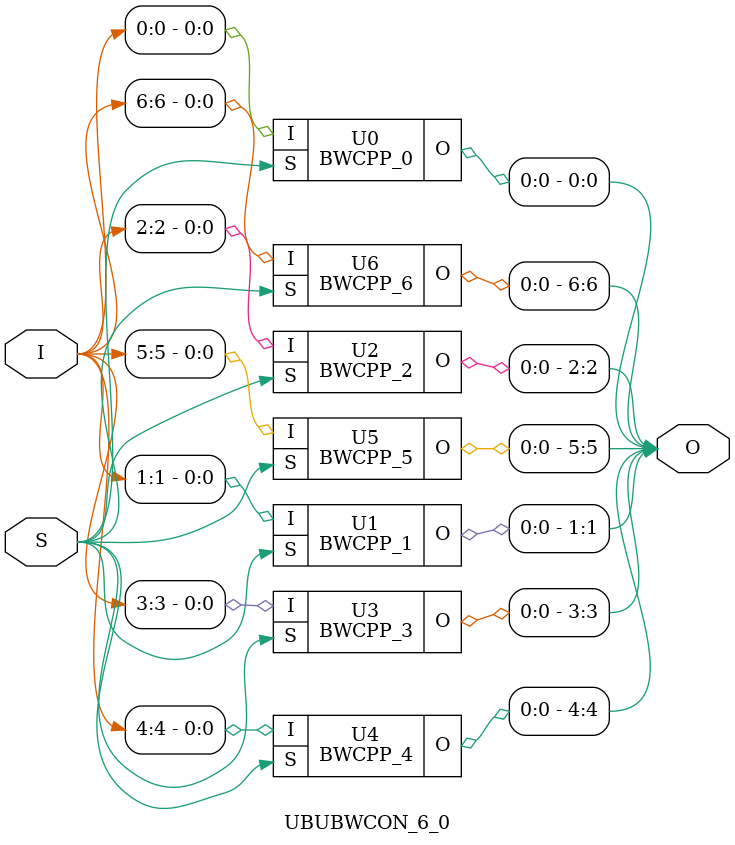
<source format=v>
/*----------------------------------------------------------------------------
  Copyright (c) 2021 Homma laboratory. All rights reserved.

  Top module: Multiplier_5_0_5_000

  Number system: Unsigned binary
  Multiplicand length: 6
  Multiplier length: 6
  Partial product generation: PPG with Radix-4 modified Booth recoding
  Partial product accumulation: Redundant binary addition tree
  Final stage addition: Carry select adder
----------------------------------------------------------------------------*/

module NUBZero_6_6(O);
  output [6:6] O;
  assign O[6] = 0;
endmodule

module R4BEEL_0_2(O_ds, O_d1, O_d0, I2, I1);
  output O_ds, O_d1, O_d0;
  input I1;
  input I2;
  assign O_d0 = I1;
  assign O_d1 = I2 & ( ~ I1 );
  assign O_ds = I2;
endmodule

module R4BEE_1(O_ds, O_d1, O_d0, I2, I1, I0);
  output O_ds, O_d1, O_d0;
  input I0;
  input I1;
  input I2;
  assign O_d0 = I1 ^ I0;
  assign O_d1 = ( I2 ^ I1 ) & ( ~ ( I1 ^ I0 ) );
  assign O_ds = I2;
endmodule

module R4BEE_2(O_ds, O_d1, O_d0, I2, I1, I0);
  output O_ds, O_d1, O_d0;
  input I0;
  input I1;
  input I2;
  assign O_d0 = I1 ^ I0;
  assign O_d1 = ( I2 ^ I1 ) & ( ~ ( I1 ^ I0 ) );
  assign O_ds = I2;
endmodule

module R4BEEH_3_2(O_ds, O_d1, O_d0, I1, I0);
  output O_ds, O_d1, O_d0;
  input I0;
  input I1;
  assign O_d0 = I1 ^ I0;
  assign O_d1 = 0;
  assign O_ds = I1;
endmodule

module SD41DDECON_0(S, U_d1, U_d0, I_ds, I_d1, I_d0);
  output S;
  output U_d1, U_d0;
  input I_ds, I_d1, I_d0;
  assign S = I_ds;
  assign U_d0 = I_d0;
  assign U_d1 = I_d1;
endmodule

module U4DPPGL_0_0(Po, O, I, U_d1, U_d0);
  output O;
  output Po;
  input I;
  input U_d1, U_d0;
  assign O = I & U_d0;
  assign Po = I & U_d1;
endmodule

module U4DPPG_1_0(Po, O, I, U_d1, U_d0, Pi);
  output O;
  output Po;
  input I;
  input Pi;
  input U_d1, U_d0;
  assign O = ( I & U_d0 ) | Pi;
  assign Po = I & U_d1;
endmodule

module U4DPPG_2_0(Po, O, I, U_d1, U_d0, Pi);
  output O;
  output Po;
  input I;
  input Pi;
  input U_d1, U_d0;
  assign O = ( I & U_d0 ) | Pi;
  assign Po = I & U_d1;
endmodule

module U4DPPG_3_0(Po, O, I, U_d1, U_d0, Pi);
  output O;
  output Po;
  input I;
  input Pi;
  input U_d1, U_d0;
  assign O = ( I & U_d0 ) | Pi;
  assign Po = I & U_d1;
endmodule

module U4DPPG_4_0(Po, O, I, U_d1, U_d0, Pi);
  output O;
  output Po;
  input I;
  input Pi;
  input U_d1, U_d0;
  assign O = ( I & U_d0 ) | Pi;
  assign Po = I & U_d1;
endmodule

module U4DPPG_5_0(Po, O, I, U_d1, U_d0, Pi);
  output O;
  output Po;
  input I;
  input Pi;
  input U_d1, U_d0;
  assign O = ( I & U_d0 ) | Pi;
  assign Po = I & U_d1;
endmodule

module BWCPP_0(O, I, S);
  output O;
  input I;
  input S;
  assign O = S ^ I;
endmodule

module BWCPP_1(O, I, S);
  output O;
  input I;
  input S;
  assign O = S ^ I;
endmodule

module BWCPP_2(O, I, S);
  output O;
  input I;
  input S;
  assign O = S ^ I;
endmodule

module BWCPP_3(O, I, S);
  output O;
  input I;
  input S;
  assign O = S ^ I;
endmodule

module BWCPP_4(O, I, S);
  output O;
  input I;
  input S;
  assign O = S ^ I;
endmodule

module BWCPP_5(O, I, S);
  output O;
  input I;
  input S;
  assign O = S ^ I;
endmodule

module BWCPP_6(O, I, S);
  output O;
  input I;
  input S;
  assign O = S ^ I;
endmodule

module UBBBG_0(O, S);
  output O;
  input S;
  assign O = S;
endmodule

module NUBBHBG_7(O, S);
  output O;
  input S;
  assign O = S;
endmodule

module SD41DDECON_1(S, U_d1, U_d0, I_ds, I_d1, I_d0);
  output S;
  output U_d1, U_d0;
  input I_ds, I_d1, I_d0;
  assign S = I_ds;
  assign U_d0 = I_d0;
  assign U_d1 = I_d1;
endmodule

module U4DPPGL_0_1(Po, O, I, U_d1, U_d0);
  output O;
  output Po;
  input I;
  input U_d1, U_d0;
  assign O = I & U_d0;
  assign Po = I & U_d1;
endmodule

module U4DPPG_1_1(Po, O, I, U_d1, U_d0, Pi);
  output O;
  output Po;
  input I;
  input Pi;
  input U_d1, U_d0;
  assign O = ( I & U_d0 ) | Pi;
  assign Po = I & U_d1;
endmodule

module U4DPPG_2_1(Po, O, I, U_d1, U_d0, Pi);
  output O;
  output Po;
  input I;
  input Pi;
  input U_d1, U_d0;
  assign O = ( I & U_d0 ) | Pi;
  assign Po = I & U_d1;
endmodule

module U4DPPG_3_1(Po, O, I, U_d1, U_d0, Pi);
  output O;
  output Po;
  input I;
  input Pi;
  input U_d1, U_d0;
  assign O = ( I & U_d0 ) | Pi;
  assign Po = I & U_d1;
endmodule

module U4DPPG_4_1(Po, O, I, U_d1, U_d0, Pi);
  output O;
  output Po;
  input I;
  input Pi;
  input U_d1, U_d0;
  assign O = ( I & U_d0 ) | Pi;
  assign Po = I & U_d1;
endmodule

module U4DPPG_5_1(Po, O, I, U_d1, U_d0, Pi);
  output O;
  output Po;
  input I;
  input Pi;
  input U_d1, U_d0;
  assign O = ( I & U_d0 ) | Pi;
  assign Po = I & U_d1;
endmodule

module BWCPN_2(O, I, S);
  output O;
  input I;
  input S;
  assign O = S ^ ( ~ I );
endmodule

module BWCPN_3(O, I, S);
  output O;
  input I;
  input S;
  assign O = S ^ ( ~ I );
endmodule

module BWCPN_4(O, I, S);
  output O;
  input I;
  input S;
  assign O = S ^ ( ~ I );
endmodule

module BWCPN_5(O, I, S);
  output O;
  input I;
  input S;
  assign O = S ^ ( ~ I );
endmodule

module BWCPN_6(O, I, S);
  output O;
  input I;
  input S;
  assign O = S ^ ( ~ I );
endmodule

module BWCPN_7(O, I, S);
  output O;
  input I;
  input S;
  assign O = S ^ ( ~ I );
endmodule

module BWCPN_8(O, I, S);
  output O;
  input I;
  input S;
  assign O = S ^ ( ~ I );
endmodule

module NUBBBG_2(O, S);
  output O;
  input S;
  assign O = ~ S;
endmodule

module UBHBBG_9(O, S);
  output O;
  input S;
  assign O = ~ S;
endmodule

module UB1DCON_9(O, I);
  output O;
  input I;
  assign O = I;
endmodule

module UBZero_8_7(O);
  output [8:7] O;
  assign O[7] = 0;
  assign O[8] = 0;
endmodule

module UB1DCON_0(O, I);
  output O;
  input I;
  assign O = I;
endmodule

module UB1DCON_1(O, I);
  output O;
  input I;
  assign O = I;
endmodule

module UB1DCON_2(O, I);
  output O;
  input I;
  assign O = I;
endmodule

module UB1DCON_3(O, I);
  output O;
  input I;
  assign O = I;
endmodule

module UB1DCON_4(O, I);
  output O;
  input I;
  assign O = I;
endmodule

module UB1DCON_5(O, I);
  output O;
  input I;
  assign O = I;
endmodule

module UB1DCON_6(O, I);
  output O;
  input I;
  assign O = I;
endmodule

module NUBZero_9_9(O);
  output [9:9] O;
  assign O[9] = 0;
endmodule

module NUBZero_1_0(O);
  output [1:0] O;
  assign O[0] = 0;
  assign O[1] = 0;
endmodule

module NUB1DCON_9(O, I);
  output O;
  input I;
  assign O = I;
endmodule

module NUB1DCON_2(O, I);
  output O;
  input I;
  assign O = I;
endmodule

module NUB1DCON_3(O, I);
  output O;
  input I;
  assign O = I;
endmodule

module NUB1DCON_4(O, I);
  output O;
  input I;
  assign O = I;
endmodule

module NUB1DCON_5(O, I);
  output O;
  input I;
  assign O = I;
endmodule

module NUB1DCON_6(O, I);
  output O;
  input I;
  assign O = I;
endmodule

module NUB1DCON_7(O, I);
  output O;
  input I;
  assign O = I;
endmodule

module NUB1DCON_8(O, I);
  output O;
  input I;
  assign O = I;
endmodule

module NUB1DCON_0(O, I);
  output O;
  input I;
  assign O = I;
endmodule

module NUB1DCON_1(O, I);
  output O;
  input I;
  assign O = I;
endmodule

module SD2DigitCom_0(O_p, O_n, I_n, I_p);
  output O_p, O_n;
  input I_n;
  input I_p;
  assign O_p = I_p;
  assign O_n = I_n;
endmodule

module SD2DigitCom_1(O_p, O_n, I_n, I_p);
  output O_p, O_n;
  input I_n;
  input I_p;
  assign O_p = I_p;
  assign O_n = I_n;
endmodule

module SD2DigitCom_2(O_p, O_n, I_n, I_p);
  output O_p, O_n;
  input I_n;
  input I_p;
  assign O_p = I_p;
  assign O_n = I_n;
endmodule

module SD2DigitCom_3(O_p, O_n, I_n, I_p);
  output O_p, O_n;
  input I_n;
  input I_p;
  assign O_p = I_p;
  assign O_n = I_n;
endmodule

module SD2DigitCom_4(O_p, O_n, I_n, I_p);
  output O_p, O_n;
  input I_n;
  input I_p;
  assign O_p = I_p;
  assign O_n = I_n;
endmodule

module SD2DigitCom_5(O_p, O_n, I_n, I_p);
  output O_p, O_n;
  input I_n;
  input I_p;
  assign O_p = I_p;
  assign O_n = I_n;
endmodule

module SD2DigitCom_6(O_p, O_n, I_n, I_p);
  output O_p, O_n;
  input I_n;
  input I_p;
  assign O_p = I_p;
  assign O_n = I_n;
endmodule

module SD2DigitCom_7(O_p, O_n, I_n, I_p);
  output O_p, O_n;
  input I_n;
  input I_p;
  assign O_p = I_p;
  assign O_n = I_n;
endmodule

module SD2DigitCom_8(O_p, O_n, I_n, I_p);
  output O_p, O_n;
  input I_n;
  input I_p;
  assign O_p = I_p;
  assign O_n = I_n;
endmodule

module SD2DigitCom_9(O_p, O_n, I_n, I_p);
  output O_p, O_n;
  input I_n;
  input I_p;
  assign O_p = I_p;
  assign O_n = I_n;
endmodule

module SD41DDECON_2(S, U_d1, U_d0, I_ds, I_d1, I_d0);
  output S;
  output U_d1, U_d0;
  input I_ds, I_d1, I_d0;
  assign S = I_ds;
  assign U_d0 = I_d0;
  assign U_d1 = I_d1;
endmodule

module U4DPPGL_0_2(Po, O, I, U_d1, U_d0);
  output O;
  output Po;
  input I;
  input U_d1, U_d0;
  assign O = I & U_d0;
  assign Po = I & U_d1;
endmodule

module U4DPPG_1_2(Po, O, I, U_d1, U_d0, Pi);
  output O;
  output Po;
  input I;
  input Pi;
  input U_d1, U_d0;
  assign O = ( I & U_d0 ) | Pi;
  assign Po = I & U_d1;
endmodule

module U4DPPG_2_2(Po, O, I, U_d1, U_d0, Pi);
  output O;
  output Po;
  input I;
  input Pi;
  input U_d1, U_d0;
  assign O = ( I & U_d0 ) | Pi;
  assign Po = I & U_d1;
endmodule

module U4DPPG_3_2(Po, O, I, U_d1, U_d0, Pi);
  output O;
  output Po;
  input I;
  input Pi;
  input U_d1, U_d0;
  assign O = ( I & U_d0 ) | Pi;
  assign Po = I & U_d1;
endmodule

module U4DPPG_4_2(Po, O, I, U_d1, U_d0, Pi);
  output O;
  output Po;
  input I;
  input Pi;
  input U_d1, U_d0;
  assign O = ( I & U_d0 ) | Pi;
  assign Po = I & U_d1;
endmodule

module U4DPPG_5_2(Po, O, I, U_d1, U_d0, Pi);
  output O;
  output Po;
  input I;
  input Pi;
  input U_d1, U_d0;
  assign O = ( I & U_d0 ) | Pi;
  assign Po = I & U_d1;
endmodule

module BWCPP_7(O, I, S);
  output O;
  input I;
  input S;
  assign O = S ^ I;
endmodule

module BWCPP_8(O, I, S);
  output O;
  input I;
  input S;
  assign O = S ^ I;
endmodule

module BWCPP_9(O, I, S);
  output O;
  input I;
  input S;
  assign O = S ^ I;
endmodule

module BWCPP_10(O, I, S);
  output O;
  input I;
  input S;
  assign O = S ^ I;
endmodule

module UBBBG_4(O, S);
  output O;
  input S;
  assign O = S;
endmodule

module NUBBHBG_11(O, S);
  output O;
  input S;
  assign O = S;
endmodule

module SD41DDECON_3(S, U_d1, U_d0, I_ds, I_d1, I_d0);
  output S;
  output U_d1, U_d0;
  input I_ds, I_d1, I_d0;
  assign S = I_ds;
  assign U_d0 = I_d0;
  assign U_d1 = I_d1;
endmodule

module U4DPPGL_0_3(Po, O, I, U_d1, U_d0);
  output O;
  output Po;
  input I;
  input U_d1, U_d0;
  assign O = I & U_d0;
  assign Po = I & U_d1;
endmodule

module U4DPPG_1_3(Po, O, I, U_d1, U_d0, Pi);
  output O;
  output Po;
  input I;
  input Pi;
  input U_d1, U_d0;
  assign O = ( I & U_d0 ) | Pi;
  assign Po = I & U_d1;
endmodule

module U4DPPG_2_3(Po, O, I, U_d1, U_d0, Pi);
  output O;
  output Po;
  input I;
  input Pi;
  input U_d1, U_d0;
  assign O = ( I & U_d0 ) | Pi;
  assign Po = I & U_d1;
endmodule

module U4DPPG_3_3(Po, O, I, U_d1, U_d0, Pi);
  output O;
  output Po;
  input I;
  input Pi;
  input U_d1, U_d0;
  assign O = ( I & U_d0 ) | Pi;
  assign Po = I & U_d1;
endmodule

module U4DPPG_4_3(Po, O, I, U_d1, U_d0, Pi);
  output O;
  output Po;
  input I;
  input Pi;
  input U_d1, U_d0;
  assign O = ( I & U_d0 ) | Pi;
  assign Po = I & U_d1;
endmodule

module U4DPPG_5_3(Po, O, I, U_d1, U_d0, Pi);
  output O;
  output Po;
  input I;
  input Pi;
  input U_d1, U_d0;
  assign O = ( I & U_d0 ) | Pi;
  assign Po = I & U_d1;
endmodule

module BWCPN_9(O, I, S);
  output O;
  input I;
  input S;
  assign O = S ^ ( ~ I );
endmodule

module BWCPN_10(O, I, S);
  output O;
  input I;
  input S;
  assign O = S ^ ( ~ I );
endmodule

module BWCPN_11(O, I, S);
  output O;
  input I;
  input S;
  assign O = S ^ ( ~ I );
endmodule

module BWCPN_12(O, I, S);
  output O;
  input I;
  input S;
  assign O = S ^ ( ~ I );
endmodule

module NUBBBG_6(O, S);
  output O;
  input S;
  assign O = ~ S;
endmodule

module UBHBBG_13(O, S);
  output O;
  input S;
  assign O = ~ S;
endmodule

module UB1DCON_13(O, I);
  output O;
  input I;
  assign O = I;
endmodule

module UBZero_12_11(O);
  output [12:11] O;
  assign O[11] = 0;
  assign O[12] = 0;
endmodule

module UB1DCON_7(O, I);
  output O;
  input I;
  assign O = I;
endmodule

module UB1DCON_8(O, I);
  output O;
  input I;
  assign O = I;
endmodule

module UB1DCON_10(O, I);
  output O;
  input I;
  assign O = I;
endmodule

module NUBZero_13_13(O);
  output [13:13] O;
  assign O[13] = 0;
endmodule

module NUBZero_5_4(O);
  output [5:4] O;
  assign O[4] = 0;
  assign O[5] = 0;
endmodule

module NUB1DCON_13(O, I);
  output O;
  input I;
  assign O = I;
endmodule

module NUB1DCON_10(O, I);
  output O;
  input I;
  assign O = I;
endmodule

module NUB1DCON_11(O, I);
  output O;
  input I;
  assign O = I;
endmodule

module NUB1DCON_12(O, I);
  output O;
  input I;
  assign O = I;
endmodule

module SD2DigitCom_10(O_p, O_n, I_n, I_p);
  output O_p, O_n;
  input I_n;
  input I_p;
  assign O_p = I_p;
  assign O_n = I_n;
endmodule

module SD2DigitCom_11(O_p, O_n, I_n, I_p);
  output O_p, O_n;
  input I_n;
  input I_p;
  assign O_p = I_p;
  assign O_n = I_n;
endmodule

module SD2DigitCom_12(O_p, O_n, I_n, I_p);
  output O_p, O_n;
  input I_n;
  input I_p;
  assign O_p = I_p;
  assign O_n = I_n;
endmodule

module SD2DigitCom_13(O_p, O_n, I_n, I_p);
  output O_p, O_n;
  input I_n;
  input I_p;
  assign O_p = I_p;
  assign O_n = I_n;
endmodule

module UBZero_3_1(O);
  output [3:1] O;
  assign O[1] = 0;
  assign O[2] = 0;
  assign O[3] = 0;
endmodule

module NUBZero_10_8(O);
  output [10:8] O;
  assign O[8] = 0;
  assign O[9] = 0;
  assign O[10] = 0;
endmodule

module NUBZero_5_3(O);
  output [5:3] O;
  assign O[3] = 0;
  assign O[4] = 0;
  assign O[5] = 0;
endmodule

module UBZero_11_5(O);
  output [11:5] O;
  assign O[5] = 0;
  assign O[6] = 0;
  assign O[7] = 0;
  assign O[8] = 0;
  assign O[9] = 0;
  assign O[10] = 0;
  assign O[11] = 0;
endmodule

module UB1DCON_11(O, I);
  output O;
  input I;
  assign O = I;
endmodule

module SD2_PN_A_Zero_13_000(O_p, O_n);
  output [13:10] O_p, O_n;
  assign O_p[10] = 0;
  assign O_n[10] = 0;
  assign O_p[11] = 0;
  assign O_n[11] = 0;
  assign O_p[12] = 0;
  assign O_n[12] = 0;
  assign O_p[13] = 0;
  assign O_n[13] = 0;
endmodule

module SD2_PN_A1DCON_10(O_p, O_n, I_p, I_n);
  output O_p, O_n;
  input I_p, I_n;
  assign O_p = I_p;
  assign O_n = I_n;
endmodule

module SD2_PN_A1DCON_11(O_p, O_n, I_p, I_n);
  output O_p, O_n;
  input I_p, I_n;
  assign O_p = I_p;
  assign O_n = I_n;
endmodule

module SD2_PN_A1DCON_12(O_p, O_n, I_p, I_n);
  output O_p, O_n;
  input I_p, I_n;
  assign O_p = I_p;
  assign O_n = I_n;
endmodule

module SD2_PN_A1DCON_13(O_p, O_n, I_p, I_n);
  output O_p, O_n;
  input I_p, I_n;
  assign O_p = I_p;
  assign O_n = I_n;
endmodule

module SD2_PN_A1DCON_0(O_p, O_n, I_p, I_n);
  output O_p, O_n;
  input I_p, I_n;
  assign O_p = I_p;
  assign O_n = I_n;
endmodule

module SD2_PN_A1DCON_1(O_p, O_n, I_p, I_n);
  output O_p, O_n;
  input I_p, I_n;
  assign O_p = I_p;
  assign O_n = I_n;
endmodule

module SD2_PN_A1DCON_2(O_p, O_n, I_p, I_n);
  output O_p, O_n;
  input I_p, I_n;
  assign O_p = I_p;
  assign O_n = I_n;
endmodule

module SD2_PN_A1DCON_3(O_p, O_n, I_p, I_n);
  output O_p, O_n;
  input I_p, I_n;
  assign O_p = I_p;
  assign O_n = I_n;
endmodule

module SD2_PN_A1DCON_4(O_p, O_n, I_p, I_n);
  output O_p, O_n;
  input I_p, I_n;
  assign O_p = I_p;
  assign O_n = I_n;
endmodule

module SD2_PN_A1DCON_5(O_p, O_n, I_p, I_n);
  output O_p, O_n;
  input I_p, I_n;
  assign O_p = I_p;
  assign O_n = I_n;
endmodule

module SD2_PN_A1DCON_6(O_p, O_n, I_p, I_n);
  output O_p, O_n;
  input I_p, I_n;
  assign O_p = I_p;
  assign O_n = I_n;
endmodule

module SD2_PN_A1DCON_7(O_p, O_n, I_p, I_n);
  output O_p, O_n;
  input I_p, I_n;
  assign O_p = I_p;
  assign O_n = I_n;
endmodule

module SD2_PN_A1DCON_8(O_p, O_n, I_p, I_n);
  output O_p, O_n;
  input I_p, I_n;
  assign O_p = I_p;
  assign O_n = I_n;
endmodule

module SD2_PN_A1DCON_9(O_p, O_n, I_p, I_n);
  output O_p, O_n;
  input I_p, I_n;
  assign O_p = I_p;
  assign O_n = I_n;
endmodule

module UBZero_4_4(O);
  output [4:4] O;
  assign O[4] = 0;
endmodule

module NUBZero_4_4(O);
  output [4:4] O;
  assign O[4] = 0;
endmodule

module SD2DigitDecom_PN_000(X, Y, I_p, I_n);
  output [4:4] X;
  output [4:4] Y;
  input [4:4] I_p, I_n;
  assign X = ~ I_n[4];
  assign Y = I_p[4];
endmodule

module UBFA_4(C, S, X, Y, Z);
  output C;
  output S;
  input X;
  input Y;
  input Z;
  assign C = ( X & Y ) | ( Y & Z ) | ( Z & X );
  assign S = X ^ Y ^ Z;
endmodule

module UBInv_5(O, I);
  output [5:5] O;
  input [5:5] I;
  assign O[5] = ~ I[5];
endmodule

module SD2DigitDecom_PN_001(X, Y, I_p, I_n);
  output [5:5] X;
  output [5:5] Y;
  input [5:5] I_p, I_n;
  assign X = ~ I_n[5];
  assign Y = I_p[5];
endmodule

module UBFA_5(C, S, X, Y, Z);
  output C;
  output S;
  input X;
  input Y;
  input Z;
  assign C = ( X & Y ) | ( Y & Z ) | ( Z & X );
  assign S = X ^ Y ^ Z;
endmodule

module UBInv_6(O, I);
  output [6:6] O;
  input [6:6] I;
  assign O[6] = ~ I[6];
endmodule

module SD2DigitDecom_PN_002(X, Y, I_p, I_n);
  output [6:6] X;
  output [6:6] Y;
  input [6:6] I_p, I_n;
  assign X = ~ I_n[6];
  assign Y = I_p[6];
endmodule

module UBFA_6(C, S, X, Y, Z);
  output C;
  output S;
  input X;
  input Y;
  input Z;
  assign C = ( X & Y ) | ( Y & Z ) | ( Z & X );
  assign S = X ^ Y ^ Z;
endmodule

module UBInv_7(O, I);
  output [7:7] O;
  input [7:7] I;
  assign O[7] = ~ I[7];
endmodule

module SD2DigitDecom_PN_003(X, Y, I_p, I_n);
  output [7:7] X;
  output [7:7] Y;
  input [7:7] I_p, I_n;
  assign X = ~ I_n[7];
  assign Y = I_p[7];
endmodule

module UBFA_7(C, S, X, Y, Z);
  output C;
  output S;
  input X;
  input Y;
  input Z;
  assign C = ( X & Y ) | ( Y & Z ) | ( Z & X );
  assign S = X ^ Y ^ Z;
endmodule

module UBInv_8(O, I);
  output [8:8] O;
  input [8:8] I;
  assign O[8] = ~ I[8];
endmodule

module SD2DigitDecom_PN_004(X, Y, I_p, I_n);
  output [8:8] X;
  output [8:8] Y;
  input [8:8] I_p, I_n;
  assign X = ~ I_n[8];
  assign Y = I_p[8];
endmodule

module UBFA_8(C, S, X, Y, Z);
  output C;
  output S;
  input X;
  input Y;
  input Z;
  assign C = ( X & Y ) | ( Y & Z ) | ( Z & X );
  assign S = X ^ Y ^ Z;
endmodule

module UBInv_9(O, I);
  output [9:9] O;
  input [9:9] I;
  assign O[9] = ~ I[9];
endmodule

module SD2DigitDecom_PN_005(X, Y, I_p, I_n);
  output [9:9] X;
  output [9:9] Y;
  input [9:9] I_p, I_n;
  assign X = ~ I_n[9];
  assign Y = I_p[9];
endmodule

module UBFA_9(C, S, X, Y, Z);
  output C;
  output S;
  input X;
  input Y;
  input Z;
  assign C = ( X & Y ) | ( Y & Z ) | ( Z & X );
  assign S = X ^ Y ^ Z;
endmodule

module UBInv_10(O, I);
  output [10:10] O;
  input [10:10] I;
  assign O[10] = ~ I[10];
endmodule

module SD2DigitDecom_PN_006(X, Y, I_p, I_n);
  output [10:10] X;
  output [10:10] Y;
  input [10:10] I_p, I_n;
  assign X = ~ I_n[10];
  assign Y = I_p[10];
endmodule

module UBFA_10(C, S, X, Y, Z);
  output C;
  output S;
  input X;
  input Y;
  input Z;
  assign C = ( X & Y ) | ( Y & Z ) | ( Z & X );
  assign S = X ^ Y ^ Z;
endmodule

module UBInv_11(O, I);
  output [11:11] O;
  input [11:11] I;
  assign O[11] = ~ I[11];
endmodule

module SD2DigitDecom_PN_007(X, Y, I_p, I_n);
  output [11:11] X;
  output [11:11] Y;
  input [11:11] I_p, I_n;
  assign X = ~ I_n[11];
  assign Y = I_p[11];
endmodule

module UBFA_11(C, S, X, Y, Z);
  output C;
  output S;
  input X;
  input Y;
  input Z;
  assign C = ( X & Y ) | ( Y & Z ) | ( Z & X );
  assign S = X ^ Y ^ Z;
endmodule

module UBInv_12(O, I);
  output [12:12] O;
  input [12:12] I;
  assign O[12] = ~ I[12];
endmodule

module SD2DigitDecom_PN_008(X, Y, I_p, I_n);
  output [12:12] X;
  output [12:12] Y;
  input [12:12] I_p, I_n;
  assign X = ~ I_n[12];
  assign Y = I_p[12];
endmodule

module UBFA_12(C, S, X, Y, Z);
  output C;
  output S;
  input X;
  input Y;
  input Z;
  assign C = ( X & Y ) | ( Y & Z ) | ( Z & X );
  assign S = X ^ Y ^ Z;
endmodule

module UBInv_13(O, I);
  output [13:13] O;
  input [13:13] I;
  assign O[13] = ~ I[13];
endmodule

module SD2DigitDecom_PN_009(X, Y, I_p, I_n);
  output [13:13] X;
  output [13:13] Y;
  input [13:13] I_p, I_n;
  assign X = ~ I_n[13];
  assign Y = I_p[13];
endmodule

module UBFA_13(C, S, X, Y, Z);
  output C;
  output S;
  input X;
  input Y;
  input Z;
  assign C = ( X & Y ) | ( Y & Z ) | ( Z & X );
  assign S = X ^ Y ^ Z;
endmodule

module UBInv_14(O, I);
  output [14:14] O;
  input [14:14] I;
  assign O[14] = ~ I[14];
endmodule

module SD2DigitCom_14(O_p, O_n, I_n, I_p);
  output O_p, O_n;
  input I_n;
  input I_p;
  assign O_p = I_p;
  assign O_n = I_n;
endmodule

module SD2_PN_A_Zero_14_000(O_p, O_n);
  output [14:12] O_p, O_n;
  assign O_p[12] = 0;
  assign O_n[12] = 0;
  assign O_p[13] = 0;
  assign O_n[13] = 0;
  assign O_p[14] = 0;
  assign O_n[14] = 0;
endmodule

module SD2_PN_A1DCON_14(O_p, O_n, I_p, I_n);
  output O_p, O_n;
  input I_p, I_n;
  assign O_p = I_p;
  assign O_n = I_n;
endmodule

module UBZero_0_0(O);
  output [0:0] O;
  assign O[0] = 0;
endmodule

module NUBZero_0_0(O);
  output [0:0] O;
  assign O[0] = 0;
endmodule

module SD2DigitDecom_PN_010(X, Y, I_p, I_n);
  output [0:0] X;
  output [0:0] Y;
  input [0:0] I_p, I_n;
  assign X = ~ I_n[0];
  assign Y = I_p[0];
endmodule

module UBFA_0(C, S, X, Y, Z);
  output C;
  output S;
  input X;
  input Y;
  input Z;
  assign C = ( X & Y ) | ( Y & Z ) | ( Z & X );
  assign S = X ^ Y ^ Z;
endmodule

module UBInv_1(O, I);
  output [1:1] O;
  input [1:1] I;
  assign O[1] = ~ I[1];
endmodule

module SD2DigitDecom_PN_011(X, Y, I_p, I_n);
  output [1:1] X;
  output [1:1] Y;
  input [1:1] I_p, I_n;
  assign X = ~ I_n[1];
  assign Y = I_p[1];
endmodule

module UBFA_1(C, S, X, Y, Z);
  output C;
  output S;
  input X;
  input Y;
  input Z;
  assign C = ( X & Y ) | ( Y & Z ) | ( Z & X );
  assign S = X ^ Y ^ Z;
endmodule

module UBInv_2(O, I);
  output [2:2] O;
  input [2:2] I;
  assign O[2] = ~ I[2];
endmodule

module SD2DigitDecom_PN_012(X, Y, I_p, I_n);
  output [2:2] X;
  output [2:2] Y;
  input [2:2] I_p, I_n;
  assign X = ~ I_n[2];
  assign Y = I_p[2];
endmodule

module UBFA_2(C, S, X, Y, Z);
  output C;
  output S;
  input X;
  input Y;
  input Z;
  assign C = ( X & Y ) | ( Y & Z ) | ( Z & X );
  assign S = X ^ Y ^ Z;
endmodule

module UBInv_3(O, I);
  output [3:3] O;
  input [3:3] I;
  assign O[3] = ~ I[3];
endmodule

module SD2DigitDecom_PN_013(X, Y, I_p, I_n);
  output [3:3] X;
  output [3:3] Y;
  input [3:3] I_p, I_n;
  assign X = ~ I_n[3];
  assign Y = I_p[3];
endmodule

module UBFA_3(C, S, X, Y, Z);
  output C;
  output S;
  input X;
  input Y;
  input Z;
  assign C = ( X & Y ) | ( Y & Z ) | ( Z & X );
  assign S = X ^ Y ^ Z;
endmodule

module UBInv_4(O, I);
  output [4:4] O;
  input [4:4] I;
  assign O[4] = ~ I[4];
endmodule

module SD2DigitDecom_PN_014(X, Y, I_p, I_n);
  output [14:14] X;
  output [14:14] Y;
  input [14:14] I_p, I_n;
  assign X = ~ I_n[14];
  assign Y = I_p[14];
endmodule

module UBFA_14(C, S, X, Y, Z);
  output C;
  output S;
  input X;
  input Y;
  input Z;
  assign C = ( X & Y ) | ( Y & Z ) | ( Z & X );
  assign S = X ^ Y ^ Z;
endmodule

module UBInv_15(O, I);
  output [15:15] O;
  input [15:15] I;
  assign O[15] = ~ I[15];
endmodule

module SD2DigitCom_15(O_p, O_n, I_n, I_p);
  output O_p, O_n;
  input I_n;
  input I_p;
  assign O_p = I_p;
  assign O_n = I_n;
endmodule

module SD2DigitDecom_PN_015(X, Y, I_p, I_n);
  output [15:15] X;
  output [15:15] Y;
  input [15:15] I_p, I_n;
  assign X = ~ I_n[15];
  assign Y = I_p[15];
endmodule

module UBOne_0(O);
  output O;
  assign O = 1;
endmodule

module UBOne_1(O);
  output O;
  assign O = 1;
endmodule

module UBZero_1_1(O);
  output [1:1] O;
  assign O[1] = 0;
endmodule

module UBCSlB_1_1(Co, S, X, Y, Ci);
  output Co;
  output [1:1] S;
  input Ci;
  input [1:1] X;
  input [1:1] Y;
  wire Ci_0;
  wire Ci_1;
  wire Co_0;
  wire Co_1;
  wire [1:1] S_0;
  wire [1:1] S_1;
  assign S[1] = ( S_0[1] & ( ~ Ci ) ) | ( S_1[1] & Ci );
  assign Co = ( Co_0 & ( ~ Ci ) ) | ( Co_1 & Ci );
  UBOne_1 U0 (Ci_1);
  UBZero_1_1 U1 (Ci_0);
  UBRCB_1_1 U2 (Co_0, S_0, X, Y, Ci_0);
  UBRCB_1_1 U3 (Co_1, S_1, X, Y, Ci_1);
endmodule

module UBOne_2(O);
  output O;
  assign O = 1;
endmodule

module UBZero_2_2(O);
  output [2:2] O;
  assign O[2] = 0;
endmodule

module UBCSlB_3_2(Co, S, X, Y, Ci);
  output Co;
  output [3:2] S;
  input Ci;
  input [3:2] X;
  input [3:2] Y;
  wire Ci_0;
  wire Ci_1;
  wire Co_0;
  wire Co_1;
  wire [3:2] S_0;
  wire [3:2] S_1;
  assign S[2] = ( S_0[2] & ( ~ Ci ) ) | ( S_1[2] & Ci );
  assign S[3] = ( S_0[3] & ( ~ Ci ) ) | ( S_1[3] & Ci );
  assign Co = ( Co_0 & ( ~ Ci ) ) | ( Co_1 & Ci );
  UBOne_2 U0 (Ci_1);
  UBZero_2_2 U1 (Ci_0);
  UBRCB_3_2 U2 (Co_0, S_0, X, Y, Ci_0);
  UBRCB_3_2 U3 (Co_1, S_1, X, Y, Ci_1);
endmodule

module UBOne_4(O);
  output O;
  assign O = 1;
endmodule

module UBCSlB_6_4(Co, S, X, Y, Ci);
  output Co;
  output [6:4] S;
  input Ci;
  input [6:4] X;
  input [6:4] Y;
  wire Ci_0;
  wire Ci_1;
  wire Co_0;
  wire Co_1;
  wire [6:4] S_0;
  wire [6:4] S_1;
  assign S[4] = ( S_0[4] & ( ~ Ci ) ) | ( S_1[4] & Ci );
  assign S[5] = ( S_0[5] & ( ~ Ci ) ) | ( S_1[5] & Ci );
  assign S[6] = ( S_0[6] & ( ~ Ci ) ) | ( S_1[6] & Ci );
  assign Co = ( Co_0 & ( ~ Ci ) ) | ( Co_1 & Ci );
  UBOne_4 U0 (Ci_1);
  UBZero_4_4 U1 (Ci_0);
  UBRCB_6_4 U2 (Co_0, S_0, X, Y, Ci_0);
  UBRCB_6_4 U3 (Co_1, S_1, X, Y, Ci_1);
endmodule

module UBOne_7(O);
  output O;
  assign O = 1;
endmodule

module UBZero_7_7(O);
  output [7:7] O;
  assign O[7] = 0;
endmodule

module UBCSlB_10_7(Co, S, X, Y, Ci);
  output Co;
  output [10:7] S;
  input Ci;
  input [10:7] X;
  input [10:7] Y;
  wire Ci_0;
  wire Ci_1;
  wire Co_0;
  wire Co_1;
  wire [10:7] S_0;
  wire [10:7] S_1;
  assign S[7] = ( S_0[7] & ( ~ Ci ) ) | ( S_1[7] & Ci );
  assign S[8] = ( S_0[8] & ( ~ Ci ) ) | ( S_1[8] & Ci );
  assign S[9] = ( S_0[9] & ( ~ Ci ) ) | ( S_1[9] & Ci );
  assign S[10] = ( S_0[10] & ( ~ Ci ) ) | ( S_1[10] & Ci );
  assign Co = ( Co_0 & ( ~ Ci ) ) | ( Co_1 & Ci );
  UBOne_7 U0 (Ci_1);
  UBZero_7_7 U1 (Ci_0);
  UBRCB_10_7 U2 (Co_0, S_0, X, Y, Ci_0);
  UBRCB_10_7 U3 (Co_1, S_1, X, Y, Ci_1);
endmodule

module UBOne_11(O);
  output O;
  assign O = 1;
endmodule

module UBZero_11_11(O);
  output [11:11] O;
  assign O[11] = 0;
endmodule

module UBFA_15(C, S, X, Y, Z);
  output C;
  output S;
  input X;
  input Y;
  input Z;
  assign C = ( X & Y ) | ( Y & Z ) | ( Z & X );
  assign S = X ^ Y ^ Z;
endmodule

module UBCSlB_15_11(Co, S, X, Y, Ci);
  output Co;
  output [15:11] S;
  input Ci;
  input [15:11] X;
  input [15:11] Y;
  wire Ci_0;
  wire Ci_1;
  wire Co_0;
  wire Co_1;
  wire [15:11] S_0;
  wire [15:11] S_1;
  assign S[11] = ( S_0[11] & ( ~ Ci ) ) | ( S_1[11] & Ci );
  assign S[12] = ( S_0[12] & ( ~ Ci ) ) | ( S_1[12] & Ci );
  assign S[13] = ( S_0[13] & ( ~ Ci ) ) | ( S_1[13] & Ci );
  assign S[14] = ( S_0[14] & ( ~ Ci ) ) | ( S_1[14] & Ci );
  assign S[15] = ( S_0[15] & ( ~ Ci ) ) | ( S_1[15] & Ci );
  assign Co = ( Co_0 & ( ~ Ci ) ) | ( Co_1 & Ci );
  UBOne_11 U0 (Ci_1);
  UBZero_11_11 U1 (Ci_0);
  UBRCB_15_11 U2 (Co_0, S_0, X, Y, Ci_0);
  UBRCB_15_11 U3 (Co_1, S_1, X, Y, Ci_1);
endmodule

module UBPriCSlA_15_0(S, X, Y, Cin);
  output [16:0] S;
  input Cin;
  input [15:0] X;
  input [15:0] Y;
  wire C0;
  wire C1;
  wire C2;
  wire C3;
  wire C4;
  UBRCB_0_0 U0 (C0, S[0], X[0], Y[0], Cin);
  UBCSlB_1_1 U1 (C1, S[1], X[1], Y[1], C0);
  UBCSlB_3_2 U2 (C2, S[3:2], X[3:2], Y[3:2], C1);
  UBCSlB_6_4 U3 (C3, S[6:4], X[6:4], Y[6:4], C2);
  UBCSlB_10_7 U4 (C4, S[10:7], X[10:7], Y[10:7], C3);
  UBCSlB_15_11 U5 (S[16], S[15:11], X[15:11], Y[15:11], C4);
endmodule

module UBInv_16(O, I);
  output [16:16] O;
  input [16:16] I;
  assign O[16] = ~ I[16];
endmodule

module TCCom_16_0(O, I1, I2);
  output [16:0] O;
  input [16:16] I1;
  input [15:0] I2;
  assign O[16] = I1;
  assign O[0] = I2[0];
  assign O[1] = I2[1];
  assign O[2] = I2[2];
  assign O[3] = I2[3];
  assign O[4] = I2[4];
  assign O[5] = I2[5];
  assign O[6] = I2[6];
  assign O[7] = I2[7];
  assign O[8] = I2[8];
  assign O[9] = I2[9];
  assign O[10] = I2[10];
  assign O[11] = I2[11];
  assign O[12] = I2[12];
  assign O[13] = I2[13];
  assign O[14] = I2[14];
  assign O[15] = I2[15];
endmodule

module Multiplier_5_0_5_000(P, IN1, IN2);
  output [11:0] P;
  input [5:0] IN1;
  input [5:0] IN2;
  wire [16:0] W;
  assign P[0] = W[0];
  assign P[1] = W[1];
  assign P[2] = W[2];
  assign P[3] = W[3];
  assign P[4] = W[4];
  assign P[5] = W[5];
  assign P[6] = W[6];
  assign P[7] = W[7];
  assign P[8] = W[8];
  assign P[9] = W[9];
  assign P[10] = W[10];
  assign P[11] = W[11];
  MultUB_R4B_SD2RBT000 U0 (W, IN1, IN2);
endmodule

module MultUB_R4B_SD2RBT000 (P, IN1, IN2);
  output [16:0] P;
  input [5:0] IN1;
  input [5:0] IN2;
  wire [9:0] PP0__dp, PP0__dn;
  wire [13:4] PP1__dp, PP1__dn;
  wire [11:0] PP2__dp, PP2__dn;
  wire [15:0] Z__dp, Z__dn;
  UBSR4BPPG_5_0_5_0 U0 (PP0__dp, PP0__dn, PP1__dp, PP1__dn, PP2__dp, PP2__dn, IN1, IN2);
  SD2RBTR_9_0_13_4_000 U1 (Z__dp[15:0], Z__dn[15:0], PP0__dp, PP0__dn, PP1__dp, PP1__dn, PP2__dp, PP2__dn);
  SD2TCConv_CSe_15_000 U2 (P, Z__dp, Z__dn);
endmodule

module NUBCMBIN_11_11_7_000 (O, IN0, IN1, IN2, IN3);
  output [11:2] O;
  input IN0;
  input IN1;
  input IN2;
  input IN3;
  NUB1DCON_11 U0 (O[11], IN0);
  NUBZero_10_8 U1 (O[10:8]);
  NUB1DCON_7 U2 (O[7], IN1);
  NUB1DCON_6 U3 (O[6], IN2);
  NUBZero_5_3 U4 (O[5:3]);
  NUB1DCON_2 U5 (O[2], IN3);
endmodule

module NUBCMBIN_11_2_1_0 (O, IN0, IN1);
  output [11:0] O;
  input [11:2] IN0;
  input [1:0] IN1;
  NUBCON_11_2 U0 (O[11:2], IN0);
  NUBCON_1_0 U1 (O[1:0], IN1);
endmodule

module NUBCMBIN_13_13_12000 (O, IN0, IN1, IN2);
  output [13:4] O;
  input IN0;
  input [12:6] IN1;
  input [5:4] IN2;
  NUB1DCON_13 U0 (O[13], IN0);
  NUBCON_12_6 U1 (O[12:6], IN1);
  NUBCON_5_4 U2 (O[5:4], IN2);
endmodule

module NUBCMBIN_9_9_8_2_000 (O, IN0, IN1, IN2);
  output [9:0] O;
  input IN0;
  input [8:2] IN1;
  input [1:0] IN2;
  NUB1DCON_9 U0 (O[9], IN0);
  NUBCON_8_2 U1 (O[8:2], IN1);
  NUBCON_1_0 U2 (O[1:0], IN2);
endmodule

module NUBCON_11_2 (O, I);
  output [11:2] O;
  input [11:2] I;
  NUB1DCON_2 U0 (O[2], I[2]);
  NUB1DCON_3 U1 (O[3], I[3]);
  NUB1DCON_4 U2 (O[4], I[4]);
  NUB1DCON_5 U3 (O[5], I[5]);
  NUB1DCON_6 U4 (O[6], I[6]);
  NUB1DCON_7 U5 (O[7], I[7]);
  NUB1DCON_8 U6 (O[8], I[8]);
  NUB1DCON_9 U7 (O[9], I[9]);
  NUB1DCON_10 U8 (O[10], I[10]);
  NUB1DCON_11 U9 (O[11], I[11]);
endmodule

module NUBCON_12_6 (O, I);
  output [12:6] O;
  input [12:6] I;
  NUB1DCON_6 U0 (O[6], I[6]);
  NUB1DCON_7 U1 (O[7], I[7]);
  NUB1DCON_8 U2 (O[8], I[8]);
  NUB1DCON_9 U3 (O[9], I[9]);
  NUB1DCON_10 U4 (O[10], I[10]);
  NUB1DCON_11 U5 (O[11], I[11]);
  NUB1DCON_12 U6 (O[12], I[12]);
endmodule

module NUBCON_1_0 (O, I);
  output [1:0] O;
  input [1:0] I;
  NUB1DCON_0 U0 (O[0], I[0]);
  NUB1DCON_1 U1 (O[1], I[1]);
endmodule

module NUBCON_5_4 (O, I);
  output [5:4] O;
  input [5:4] I;
  NUB1DCON_4 U0 (O[4], I[4]);
  NUB1DCON_5 U1 (O[5], I[5]);
endmodule

module NUBCON_8_2 (O, I);
  output [8:2] O;
  input [8:2] I;
  NUB1DCON_2 U0 (O[2], I[2]);
  NUB1DCON_3 U1 (O[3], I[3]);
  NUB1DCON_4 U2 (O[4], I[4]);
  NUB1DCON_5 U3 (O[5], I[5]);
  NUB1DCON_6 U4 (O[6], I[6]);
  NUB1DCON_7 U5 (O[7], I[7]);
  NUB1DCON_8 U6 (O[8], I[8]);
endmodule

module SD2Decom_PN_15_0 (X, Y, I__dp, I__dn);
  output [15:0] X;
  output [15:0] Y;
  input [15:0] I__dp, I__dn;
  SD2DigitDecom_PN_010 U0 (X[0], Y[0], I__dp[0], I__dn[0]);
  SD2DigitDecom_PN_011 U1 (X[1], Y[1], I__dp[1], I__dn[1]);
  SD2DigitDecom_PN_012 U2 (X[2], Y[2], I__dp[2], I__dn[2]);
  SD2DigitDecom_PN_013 U3 (X[3], Y[3], I__dp[3], I__dn[3]);
  SD2DigitDecom_PN_000 U4 (X[4], Y[4], I__dp[4], I__dn[4]);
  SD2DigitDecom_PN_001 U5 (X[5], Y[5], I__dp[5], I__dn[5]);
  SD2DigitDecom_PN_002 U6 (X[6], Y[6], I__dp[6], I__dn[6]);
  SD2DigitDecom_PN_003 U7 (X[7], Y[7], I__dp[7], I__dn[7]);
  SD2DigitDecom_PN_004 U8 (X[8], Y[8], I__dp[8], I__dn[8]);
  SD2DigitDecom_PN_005 U9 (X[9], Y[9], I__dp[9], I__dn[9]);
  SD2DigitDecom_PN_006 U10 (X[10], Y[10], I__dp[10], I__dn[10]);
  SD2DigitDecom_PN_007 U11 (X[11], Y[11], I__dp[11], I__dn[11]);
  SD2DigitDecom_PN_008 U12 (X[12], Y[12], I__dp[12], I__dn[12]);
  SD2DigitDecom_PN_009 U13 (X[13], Y[13], I__dp[13], I__dn[13]);
  SD2DigitDecom_PN_014 U14 (X[14], Y[14], I__dp[14], I__dn[14]);
  SD2DigitDecom_PN_015 U15 (X[15], Y[15], I__dp[15], I__dn[15]);
endmodule

module SD2DigitRBA_0 (Z__dp, Z__dn, C1o, C2o, X__dp, X__dn, Y__dp, Y__dn, C1i, C2i);
  output C1o;
  output C2o;
  output Z__dp, Z__dn;
  input C1i;
  input C2i;
  input X__dp, X__dn;
  input Y__dp, Y__dn;
  wire C2;
  wire S1;
  wire S2;
  wire Xn;
  wire Xp;
  wire Yn;
  wire Yp;
  SD2DigitDecom_PN_010 U0 (Xn, Xp, X__dp, X__dn);
  SD2DigitDecom_PN_010 U1 (Yn, Yp, Y__dp, Y__dn);
  UBFA_0 U2 (C1o, S1, Xn, Xp, Yn);
  UBFA_0 U3 (C2, S2, C1i, S1, Yp);
  UBInv_1 U4 (C2o, C2);
  SD2DigitCom_0 U5 (Z__dp, Z__dn, C2i, S2);
endmodule

module SD2DigitRBA_1 (Z__dp, Z__dn, C1o, C2o, X__dp, X__dn, Y__dp, Y__dn, C1i, C2i);
  output C1o;
  output C2o;
  output Z__dp, Z__dn;
  input C1i;
  input C2i;
  input X__dp, X__dn;
  input Y__dp, Y__dn;
  wire C2;
  wire S1;
  wire S2;
  wire Xn;
  wire Xp;
  wire Yn;
  wire Yp;
  SD2DigitDecom_PN_011 U0 (Xn, Xp, X__dp, X__dn);
  SD2DigitDecom_PN_011 U1 (Yn, Yp, Y__dp, Y__dn);
  UBFA_1 U2 (C1o, S1, Xn, Xp, Yn);
  UBFA_1 U3 (C2, S2, C1i, S1, Yp);
  UBInv_2 U4 (C2o, C2);
  SD2DigitCom_1 U5 (Z__dp, Z__dn, C2i, S2);
endmodule

module SD2DigitRBA_10 (Z__dp, Z__dn, C1o, C2o, X__dp, X__dn, Y__dp, Y__dn, C1i, C2i);
  output C1o;
  output C2o;
  output Z__dp, Z__dn;
  input C1i;
  input C2i;
  input X__dp, X__dn;
  input Y__dp, Y__dn;
  wire C2;
  wire S1;
  wire S2;
  wire Xn;
  wire Xp;
  wire Yn;
  wire Yp;
  SD2DigitDecom_PN_006 U0 (Xn, Xp, X__dp, X__dn);
  SD2DigitDecom_PN_006 U1 (Yn, Yp, Y__dp, Y__dn);
  UBFA_10 U2 (C1o, S1, Xn, Xp, Yn);
  UBFA_10 U3 (C2, S2, C1i, S1, Yp);
  UBInv_11 U4 (C2o, C2);
  SD2DigitCom_10 U5 (Z__dp, Z__dn, C2i, S2);
endmodule

module SD2DigitRBA_11 (Z__dp, Z__dn, C1o, C2o, X__dp, X__dn, Y__dp, Y__dn, C1i, C2i);
  output C1o;
  output C2o;
  output Z__dp, Z__dn;
  input C1i;
  input C2i;
  input X__dp, X__dn;
  input Y__dp, Y__dn;
  wire C2;
  wire S1;
  wire S2;
  wire Xn;
  wire Xp;
  wire Yn;
  wire Yp;
  SD2DigitDecom_PN_007 U0 (Xn, Xp, X__dp, X__dn);
  SD2DigitDecom_PN_007 U1 (Yn, Yp, Y__dp, Y__dn);
  UBFA_11 U2 (C1o, S1, Xn, Xp, Yn);
  UBFA_11 U3 (C2, S2, C1i, S1, Yp);
  UBInv_12 U4 (C2o, C2);
  SD2DigitCom_11 U5 (Z__dp, Z__dn, C2i, S2);
endmodule

module SD2DigitRBA_12 (Z__dp, Z__dn, C1o, C2o, X__dp, X__dn, Y__dp, Y__dn, C1i, C2i);
  output C1o;
  output C2o;
  output Z__dp, Z__dn;
  input C1i;
  input C2i;
  input X__dp, X__dn;
  input Y__dp, Y__dn;
  wire C2;
  wire S1;
  wire S2;
  wire Xn;
  wire Xp;
  wire Yn;
  wire Yp;
  SD2DigitDecom_PN_008 U0 (Xn, Xp, X__dp, X__dn);
  SD2DigitDecom_PN_008 U1 (Yn, Yp, Y__dp, Y__dn);
  UBFA_12 U2 (C1o, S1, Xn, Xp, Yn);
  UBFA_12 U3 (C2, S2, C1i, S1, Yp);
  UBInv_13 U4 (C2o, C2);
  SD2DigitCom_12 U5 (Z__dp, Z__dn, C2i, S2);
endmodule

module SD2DigitRBA_13 (Z__dp, Z__dn, C1o, C2o, X__dp, X__dn, Y__dp, Y__dn, C1i, C2i);
  output C1o;
  output C2o;
  output Z__dp, Z__dn;
  input C1i;
  input C2i;
  input X__dp, X__dn;
  input Y__dp, Y__dn;
  wire C2;
  wire S1;
  wire S2;
  wire Xn;
  wire Xp;
  wire Yn;
  wire Yp;
  SD2DigitDecom_PN_009 U0 (Xn, Xp, X__dp, X__dn);
  SD2DigitDecom_PN_009 U1 (Yn, Yp, Y__dp, Y__dn);
  UBFA_13 U2 (C1o, S1, Xn, Xp, Yn);
  UBFA_13 U3 (C2, S2, C1i, S1, Yp);
  UBInv_14 U4 (C2o, C2);
  SD2DigitCom_13 U5 (Z__dp, Z__dn, C2i, S2);
endmodule

module SD2DigitRBA_14 (Z__dp, Z__dn, C1o, C2o, X__dp, X__dn, Y__dp, Y__dn, C1i, C2i);
  output C1o;
  output C2o;
  output Z__dp, Z__dn;
  input C1i;
  input C2i;
  input X__dp, X__dn;
  input Y__dp, Y__dn;
  wire C2;
  wire S1;
  wire S2;
  wire Xn;
  wire Xp;
  wire Yn;
  wire Yp;
  SD2DigitDecom_PN_014 U0 (Xn, Xp, X__dp, X__dn);
  SD2DigitDecom_PN_014 U1 (Yn, Yp, Y__dp, Y__dn);
  UBFA_14 U2 (C1o, S1, Xn, Xp, Yn);
  UBFA_14 U3 (C2, S2, C1i, S1, Yp);
  UBInv_15 U4 (C2o, C2);
  SD2DigitCom_14 U5 (Z__dp, Z__dn, C2i, S2);
endmodule

module SD2DigitRBA_2 (Z__dp, Z__dn, C1o, C2o, X__dp, X__dn, Y__dp, Y__dn, C1i, C2i);
  output C1o;
  output C2o;
  output Z__dp, Z__dn;
  input C1i;
  input C2i;
  input X__dp, X__dn;
  input Y__dp, Y__dn;
  wire C2;
  wire S1;
  wire S2;
  wire Xn;
  wire Xp;
  wire Yn;
  wire Yp;
  SD2DigitDecom_PN_012 U0 (Xn, Xp, X__dp, X__dn);
  SD2DigitDecom_PN_012 U1 (Yn, Yp, Y__dp, Y__dn);
  UBFA_2 U2 (C1o, S1, Xn, Xp, Yn);
  UBFA_2 U3 (C2, S2, C1i, S1, Yp);
  UBInv_3 U4 (C2o, C2);
  SD2DigitCom_2 U5 (Z__dp, Z__dn, C2i, S2);
endmodule

module SD2DigitRBA_3 (Z__dp, Z__dn, C1o, C2o, X__dp, X__dn, Y__dp, Y__dn, C1i, C2i);
  output C1o;
  output C2o;
  output Z__dp, Z__dn;
  input C1i;
  input C2i;
  input X__dp, X__dn;
  input Y__dp, Y__dn;
  wire C2;
  wire S1;
  wire S2;
  wire Xn;
  wire Xp;
  wire Yn;
  wire Yp;
  SD2DigitDecom_PN_013 U0 (Xn, Xp, X__dp, X__dn);
  SD2DigitDecom_PN_013 U1 (Yn, Yp, Y__dp, Y__dn);
  UBFA_3 U2 (C1o, S1, Xn, Xp, Yn);
  UBFA_3 U3 (C2, S2, C1i, S1, Yp);
  UBInv_4 U4 (C2o, C2);
  SD2DigitCom_3 U5 (Z__dp, Z__dn, C2i, S2);
endmodule

module SD2DigitRBA_4 (Z__dp, Z__dn, C1o, C2o, X__dp, X__dn, Y__dp, Y__dn, C1i, C2i);
  output C1o;
  output C2o;
  output Z__dp, Z__dn;
  input C1i;
  input C2i;
  input X__dp, X__dn;
  input Y__dp, Y__dn;
  wire C2;
  wire S1;
  wire S2;
  wire Xn;
  wire Xp;
  wire Yn;
  wire Yp;
  SD2DigitDecom_PN_000 U0 (Xn, Xp, X__dp, X__dn);
  SD2DigitDecom_PN_000 U1 (Yn, Yp, Y__dp, Y__dn);
  UBFA_4 U2 (C1o, S1, Xn, Xp, Yn);
  UBFA_4 U3 (C2, S2, C1i, S1, Yp);
  UBInv_5 U4 (C2o, C2);
  SD2DigitCom_4 U5 (Z__dp, Z__dn, C2i, S2);
endmodule

module SD2DigitRBA_5 (Z__dp, Z__dn, C1o, C2o, X__dp, X__dn, Y__dp, Y__dn, C1i, C2i);
  output C1o;
  output C2o;
  output Z__dp, Z__dn;
  input C1i;
  input C2i;
  input X__dp, X__dn;
  input Y__dp, Y__dn;
  wire C2;
  wire S1;
  wire S2;
  wire Xn;
  wire Xp;
  wire Yn;
  wire Yp;
  SD2DigitDecom_PN_001 U0 (Xn, Xp, X__dp, X__dn);
  SD2DigitDecom_PN_001 U1 (Yn, Yp, Y__dp, Y__dn);
  UBFA_5 U2 (C1o, S1, Xn, Xp, Yn);
  UBFA_5 U3 (C2, S2, C1i, S1, Yp);
  UBInv_6 U4 (C2o, C2);
  SD2DigitCom_5 U5 (Z__dp, Z__dn, C2i, S2);
endmodule

module SD2DigitRBA_6 (Z__dp, Z__dn, C1o, C2o, X__dp, X__dn, Y__dp, Y__dn, C1i, C2i);
  output C1o;
  output C2o;
  output Z__dp, Z__dn;
  input C1i;
  input C2i;
  input X__dp, X__dn;
  input Y__dp, Y__dn;
  wire C2;
  wire S1;
  wire S2;
  wire Xn;
  wire Xp;
  wire Yn;
  wire Yp;
  SD2DigitDecom_PN_002 U0 (Xn, Xp, X__dp, X__dn);
  SD2DigitDecom_PN_002 U1 (Yn, Yp, Y__dp, Y__dn);
  UBFA_6 U2 (C1o, S1, Xn, Xp, Yn);
  UBFA_6 U3 (C2, S2, C1i, S1, Yp);
  UBInv_7 U4 (C2o, C2);
  SD2DigitCom_6 U5 (Z__dp, Z__dn, C2i, S2);
endmodule

module SD2DigitRBA_7 (Z__dp, Z__dn, C1o, C2o, X__dp, X__dn, Y__dp, Y__dn, C1i, C2i);
  output C1o;
  output C2o;
  output Z__dp, Z__dn;
  input C1i;
  input C2i;
  input X__dp, X__dn;
  input Y__dp, Y__dn;
  wire C2;
  wire S1;
  wire S2;
  wire Xn;
  wire Xp;
  wire Yn;
  wire Yp;
  SD2DigitDecom_PN_003 U0 (Xn, Xp, X__dp, X__dn);
  SD2DigitDecom_PN_003 U1 (Yn, Yp, Y__dp, Y__dn);
  UBFA_7 U2 (C1o, S1, Xn, Xp, Yn);
  UBFA_7 U3 (C2, S2, C1i, S1, Yp);
  UBInv_8 U4 (C2o, C2);
  SD2DigitCom_7 U5 (Z__dp, Z__dn, C2i, S2);
endmodule

module SD2DigitRBA_8 (Z__dp, Z__dn, C1o, C2o, X__dp, X__dn, Y__dp, Y__dn, C1i, C2i);
  output C1o;
  output C2o;
  output Z__dp, Z__dn;
  input C1i;
  input C2i;
  input X__dp, X__dn;
  input Y__dp, Y__dn;
  wire C2;
  wire S1;
  wire S2;
  wire Xn;
  wire Xp;
  wire Yn;
  wire Yp;
  SD2DigitDecom_PN_004 U0 (Xn, Xp, X__dp, X__dn);
  SD2DigitDecom_PN_004 U1 (Yn, Yp, Y__dp, Y__dn);
  UBFA_8 U2 (C1o, S1, Xn, Xp, Yn);
  UBFA_8 U3 (C2, S2, C1i, S1, Yp);
  UBInv_9 U4 (C2o, C2);
  SD2DigitCom_8 U5 (Z__dp, Z__dn, C2i, S2);
endmodule

module SD2DigitRBA_9 (Z__dp, Z__dn, C1o, C2o, X__dp, X__dn, Y__dp, Y__dn, C1i, C2i);
  output C1o;
  output C2o;
  output Z__dp, Z__dn;
  input C1i;
  input C2i;
  input X__dp, X__dn;
  input Y__dp, Y__dn;
  wire C2;
  wire S1;
  wire S2;
  wire Xn;
  wire Xp;
  wire Yn;
  wire Yp;
  SD2DigitDecom_PN_005 U0 (Xn, Xp, X__dp, X__dn);
  SD2DigitDecom_PN_005 U1 (Yn, Yp, Y__dp, Y__dn);
  UBFA_9 U2 (C1o, S1, Xn, Xp, Yn);
  UBFA_9 U3 (C2, S2, C1i, S1, Yp);
  UBInv_10 U4 (C2o, C2);
  SD2DigitCom_9 U5 (Z__dp, Z__dn, C2i, S2);
endmodule

module SD2PureRBA_13_4 (Z__dp, Z__dn, X__dp, X__dn, Y__dp, Y__dn);
  output [14:4] Z__dp, Z__dn;
  input [13:4] X__dp, X__dn;
  input [13:4] Y__dp, Y__dn;
  wire C1_10;
  wire C1_11;
  wire C1_12;
  wire C1_13;
  wire C1_14;
  wire C1_5;
  wire C1_6;
  wire C1_7;
  wire C1_8;
  wire C1_9;
  wire C1i;
  wire C2_10;
  wire C2_11;
  wire C2_12;
  wire C2_13;
  wire C2_14;
  wire C2_5;
  wire C2_6;
  wire C2_7;
  wire C2_8;
  wire C2_9;
  wire C2i;
  UBZero_4_4 U0 (C1i);
  NUBZero_4_4 U1 (C2i);
  SD2DigitRBA_4 U2 (Z__dp[4], Z__dn[4], C1_5, C2_5, X__dp[4], X__dn[4], Y__dp[4], Y__dn[4], C1i, C2i);
  SD2DigitRBA_5 U3 (Z__dp[5], Z__dn[5], C1_6, C2_6, X__dp[5], X__dn[5], Y__dp[5], Y__dn[5], C1_5, C2_5);
  SD2DigitRBA_6 U4 (Z__dp[6], Z__dn[6], C1_7, C2_7, X__dp[6], X__dn[6], Y__dp[6], Y__dn[6], C1_6, C2_6);
  SD2DigitRBA_7 U5 (Z__dp[7], Z__dn[7], C1_8, C2_8, X__dp[7], X__dn[7], Y__dp[7], Y__dn[7], C1_7, C2_7);
  SD2DigitRBA_8 U6 (Z__dp[8], Z__dn[8], C1_9, C2_9, X__dp[8], X__dn[8], Y__dp[8], Y__dn[8], C1_8, C2_8);
  SD2DigitRBA_9 U7 (Z__dp[9], Z__dn[9], C1_10, C2_10, X__dp[9], X__dn[9], Y__dp[9], Y__dn[9], C1_9, C2_9);
  SD2DigitRBA_10 U8 (Z__dp[10], Z__dn[10], C1_11, C2_11, X__dp[10], X__dn[10], Y__dp[10], Y__dn[10], C1_10, C2_10);
  SD2DigitRBA_11 U9 (Z__dp[11], Z__dn[11], C1_12, C2_12, X__dp[11], X__dn[11], Y__dp[11], Y__dn[11], C1_11, C2_11);
  SD2DigitRBA_12 U10 (Z__dp[12], Z__dn[12], C1_13, C2_13, X__dp[12], X__dn[12], Y__dp[12], Y__dn[12], C1_12, C2_12);
  SD2DigitRBA_13 U11 (Z__dp[13], Z__dn[13], C1_14, C2_14, X__dp[13], X__dn[13], Y__dp[13], Y__dn[13], C1_13, C2_13);
  SD2DigitCom_14 U12 (Z__dp[14], Z__dn[14], C2_14, C1_14);
endmodule

module SD2PureRBA_14_0 (Z__dp, Z__dn, X__dp, X__dn, Y__dp, Y__dn);
  output [15:0] Z__dp, Z__dn;
  input [14:0] X__dp, X__dn;
  input [14:0] Y__dp, Y__dn;
  wire C1_1;
  wire C1_10;
  wire C1_11;
  wire C1_12;
  wire C1_13;
  wire C1_14;
  wire C1_15;
  wire C1_2;
  wire C1_3;
  wire C1_4;
  wire C1_5;
  wire C1_6;
  wire C1_7;
  wire C1_8;
  wire C1_9;
  wire C1i;
  wire C2_1;
  wire C2_10;
  wire C2_11;
  wire C2_12;
  wire C2_13;
  wire C2_14;
  wire C2_15;
  wire C2_2;
  wire C2_3;
  wire C2_4;
  wire C2_5;
  wire C2_6;
  wire C2_7;
  wire C2_8;
  wire C2_9;
  wire C2i;
  UBZero_0_0 U0 (C1i);
  NUBZero_0_0 U1 (C2i);
  SD2DigitRBA_0 U2 (Z__dp[0], Z__dn[0], C1_1, C2_1, X__dp[0], X__dn[0], Y__dp[0], Y__dn[0], C1i, C2i);
  SD2DigitRBA_1 U3 (Z__dp[1], Z__dn[1], C1_2, C2_2, X__dp[1], X__dn[1], Y__dp[1], Y__dn[1], C1_1, C2_1);
  SD2DigitRBA_2 U4 (Z__dp[2], Z__dn[2], C1_3, C2_3, X__dp[2], X__dn[2], Y__dp[2], Y__dn[2], C1_2, C2_2);
  SD2DigitRBA_3 U5 (Z__dp[3], Z__dn[3], C1_4, C2_4, X__dp[3], X__dn[3], Y__dp[3], Y__dn[3], C1_3, C2_3);
  SD2DigitRBA_4 U6 (Z__dp[4], Z__dn[4], C1_5, C2_5, X__dp[4], X__dn[4], Y__dp[4], Y__dn[4], C1_4, C2_4);
  SD2DigitRBA_5 U7 (Z__dp[5], Z__dn[5], C1_6, C2_6, X__dp[5], X__dn[5], Y__dp[5], Y__dn[5], C1_5, C2_5);
  SD2DigitRBA_6 U8 (Z__dp[6], Z__dn[6], C1_7, C2_7, X__dp[6], X__dn[6], Y__dp[6], Y__dn[6], C1_6, C2_6);
  SD2DigitRBA_7 U9 (Z__dp[7], Z__dn[7], C1_8, C2_8, X__dp[7], X__dn[7], Y__dp[7], Y__dn[7], C1_7, C2_7);
  SD2DigitRBA_8 U10 (Z__dp[8], Z__dn[8], C1_9, C2_9, X__dp[8], X__dn[8], Y__dp[8], Y__dn[8], C1_8, C2_8);
  SD2DigitRBA_9 U11 (Z__dp[9], Z__dn[9], C1_10, C2_10, X__dp[9], X__dn[9], Y__dp[9], Y__dn[9], C1_9, C2_9);
  SD2DigitRBA_10 U12 (Z__dp[10], Z__dn[10], C1_11, C2_11, X__dp[10], X__dn[10], Y__dp[10], Y__dn[10], C1_10, C2_10);
  SD2DigitRBA_11 U13 (Z__dp[11], Z__dn[11], C1_12, C2_12, X__dp[11], X__dn[11], Y__dp[11], Y__dn[11], C1_11, C2_11);
  SD2DigitRBA_12 U14 (Z__dp[12], Z__dn[12], C1_13, C2_13, X__dp[12], X__dn[12], Y__dp[12], Y__dn[12], C1_12, C2_12);
  SD2DigitRBA_13 U15 (Z__dp[13], Z__dn[13], C1_14, C2_14, X__dp[13], X__dn[13], Y__dp[13], Y__dn[13], C1_13, C2_13);
  SD2DigitRBA_14 U16 (Z__dp[14], Z__dn[14], C1_15, C2_15, X__dp[14], X__dn[14], Y__dp[14], Y__dn[14], C1_14, C2_14);
  SD2DigitCom_15 U17 (Z__dp[15], Z__dn[15], C2_15, C1_15);
endmodule

module SD2RBA_14_0_11_0 (Z__dp, Z__dn, X__dp, X__dn, Y__dp, Y__dn);
  output [15:0] Z__dp, Z__dn;
  input [14:0] X__dp, X__dn;
  input [11:0] Y__dp, Y__dn;
  wire [14:0] YY__dp, YY__dn;
  wire [14:12] Zero__dp, Zero__dn;
  SD2_PN_A_Zero_14_000 U0 (Zero__dp[14:12], Zero__dn[14:12]);
  SD2_PN_ACMBIN_14_000 U1 (YY__dp[14:0], YY__dn[14:0], Zero__dp[14:12], Zero__dn[14:12], Y__dp[11:0], Y__dn[11:0]);
  SD2PureRBA_14_0 U2 (Z__dp[15:0], Z__dn[15:0], X__dp[14:0], X__dn[14:0], YY__dp[14:0], YY__dn[14:0]);
endmodule

module SD2RBA_9_0_13_4 (Z__dp, Z__dn, X__dp, X__dn, Y__dp, Y__dn);
  output [14:0] Z__dp, Z__dn;
  input [9:0] X__dp, X__dn;
  input [13:4] Y__dp, Y__dn;
  wire [13:0] XX__dp, XX__dn;
  wire [13:10] Zero__dp, Zero__dn;
  SD2_PN_A_Zero_13_000 U0 (Zero__dp[13:10], Zero__dn[13:10]);
  SD2_PN_ACMBIN_13_000 U1 (XX__dp[13:0], XX__dn[13:0], Zero__dp[13:10], Zero__dn[13:10], X__dp[9:0], X__dn[9:0]);
  SD2PureRBA_13_4 U2 (Z__dp[14:4], Z__dn[14:4], XX__dp[13:4], XX__dn[13:4], Y__dp[13:4], Y__dn[13:4]);
  SD2_PN_ACON_3_0 U3 (Z__dp[3:0], Z__dn[3:0], XX__dp[3:0], XX__dn[3:0]);
endmodule

module SD2RBTR_9_0_13_4_000 (Z__dp, Z__dn, PP0__dp, PP0__dn, PP1__dp, PP1__dn, PP2__dp, PP2__dn);
  output [15:0] Z__dp, Z__dn;
  input [9:0] PP0__dp, PP0__dn;
  input [13:4] PP1__dp, PP1__dn;
  input [11:0] PP2__dp, PP2__dn;
  wire [14:0] W1_0__dp, W1_0__dn;
  SD2RBA_9_0_13_4 U0 (W1_0__dp[14:0], W1_0__dn[14:0], PP0__dp, PP0__dn, PP1__dp, PP1__dn);
  SD2RBA_14_0_11_0 U1 (Z__dp[15:0], Z__dn[15:0], W1_0__dp[14:0], W1_0__dn[14:0], PP2__dp, PP2__dn);
endmodule

module SD2TCConv_CSe_15_000 (O, I__dp, I__dn);
  output [16:0] O;
  input [15:0] I__dp, I__dn;
  wire C;
  wire [16:0] S;
  wire [15:0] X;
  wire [15:0] Y;
  wire Z;
  SD2Decom_PN_15_0 U0 (X, Y, I__dp, I__dn);
  UBOne_0 U1 (C);
  UBPriCSlA_15_0 U2 (S, X, Y, C);
  UBInv_16 U3 (Z, S[16]);
  TCCom_16_0 U4 (O, Z, S[15:0]);
endmodule

module SD2_PN_ACMBIN_13_000 (O__dp, O__dn, IN0__dp, IN0__dn, IN1__dp, IN1__dn);
  output [13:0] O__dp, O__dn;
  input [13:10] IN0__dp, IN0__dn;
  input [9:0] IN1__dp, IN1__dn;
  SD2_PN_ACON_13_10 U0 (O__dp[13:10], O__dn[13:10], IN0__dp, IN0__dn);
  SD2_PN_ACON_9_0 U1 (O__dp[9:0], O__dn[9:0], IN1__dp, IN1__dn);
endmodule

module SD2_PN_ACMBIN_14_000 (O__dp, O__dn, IN0__dp, IN0__dn, IN1__dp, IN1__dn);
  output [14:0] O__dp, O__dn;
  input [14:12] IN0__dp, IN0__dn;
  input [11:0] IN1__dp, IN1__dn;
  SD2_PN_ACON_14_12 U0 (O__dp[14:12], O__dn[14:12], IN0__dp, IN0__dn);
  SD2_PN_ACON_11_0 U1 (O__dp[11:0], O__dn[11:0], IN1__dp, IN1__dn);
endmodule

module SD2_PN_ACON_11_0 (O__dp, O__dn, I__dp, I__dn);
  output [11:0] O__dp, O__dn;
  input [11:0] I__dp, I__dn;
  SD2_PN_A1DCON_0 U0 (O__dp[0], O__dn[0], I__dp[0], I__dn[0]);
  SD2_PN_A1DCON_1 U1 (O__dp[1], O__dn[1], I__dp[1], I__dn[1]);
  SD2_PN_A1DCON_2 U2 (O__dp[2], O__dn[2], I__dp[2], I__dn[2]);
  SD2_PN_A1DCON_3 U3 (O__dp[3], O__dn[3], I__dp[3], I__dn[3]);
  SD2_PN_A1DCON_4 U4 (O__dp[4], O__dn[4], I__dp[4], I__dn[4]);
  SD2_PN_A1DCON_5 U5 (O__dp[5], O__dn[5], I__dp[5], I__dn[5]);
  SD2_PN_A1DCON_6 U6 (O__dp[6], O__dn[6], I__dp[6], I__dn[6]);
  SD2_PN_A1DCON_7 U7 (O__dp[7], O__dn[7], I__dp[7], I__dn[7]);
  SD2_PN_A1DCON_8 U8 (O__dp[8], O__dn[8], I__dp[8], I__dn[8]);
  SD2_PN_A1DCON_9 U9 (O__dp[9], O__dn[9], I__dp[9], I__dn[9]);
  SD2_PN_A1DCON_10 U10 (O__dp[10], O__dn[10], I__dp[10], I__dn[10]);
  SD2_PN_A1DCON_11 U11 (O__dp[11], O__dn[11], I__dp[11], I__dn[11]);
endmodule

module SD2_PN_ACON_13_10 (O__dp, O__dn, I__dp, I__dn);
  output [13:10] O__dp, O__dn;
  input [13:10] I__dp, I__dn;
  SD2_PN_A1DCON_10 U0 (O__dp[10], O__dn[10], I__dp[10], I__dn[10]);
  SD2_PN_A1DCON_11 U1 (O__dp[11], O__dn[11], I__dp[11], I__dn[11]);
  SD2_PN_A1DCON_12 U2 (O__dp[12], O__dn[12], I__dp[12], I__dn[12]);
  SD2_PN_A1DCON_13 U3 (O__dp[13], O__dn[13], I__dp[13], I__dn[13]);
endmodule

module SD2_PN_ACON_14_12 (O__dp, O__dn, I__dp, I__dn);
  output [14:12] O__dp, O__dn;
  input [14:12] I__dp, I__dn;
  SD2_PN_A1DCON_12 U0 (O__dp[12], O__dn[12], I__dp[12], I__dn[12]);
  SD2_PN_A1DCON_13 U1 (O__dp[13], O__dn[13], I__dp[13], I__dn[13]);
  SD2_PN_A1DCON_14 U2 (O__dp[14], O__dn[14], I__dp[14], I__dn[14]);
endmodule

module SD2_PN_ACON_3_0 (O__dp, O__dn, I__dp, I__dn);
  output [3:0] O__dp, O__dn;
  input [3:0] I__dp, I__dn;
  SD2_PN_A1DCON_0 U0 (O__dp[0], O__dn[0], I__dp[0], I__dn[0]);
  SD2_PN_A1DCON_1 U1 (O__dp[1], O__dn[1], I__dp[1], I__dn[1]);
  SD2_PN_A1DCON_2 U2 (O__dp[2], O__dn[2], I__dp[2], I__dn[2]);
  SD2_PN_A1DCON_3 U3 (O__dp[3], O__dn[3], I__dp[3], I__dn[3]);
endmodule

module SD2_PN_ACON_9_0 (O__dp, O__dn, I__dp, I__dn);
  output [9:0] O__dp, O__dn;
  input [9:0] I__dp, I__dn;
  SD2_PN_A1DCON_0 U0 (O__dp[0], O__dn[0], I__dp[0], I__dn[0]);
  SD2_PN_A1DCON_1 U1 (O__dp[1], O__dn[1], I__dp[1], I__dn[1]);
  SD2_PN_A1DCON_2 U2 (O__dp[2], O__dn[2], I__dp[2], I__dn[2]);
  SD2_PN_A1DCON_3 U3 (O__dp[3], O__dn[3], I__dp[3], I__dn[3]);
  SD2_PN_A1DCON_4 U4 (O__dp[4], O__dn[4], I__dp[4], I__dn[4]);
  SD2_PN_A1DCON_5 U5 (O__dp[5], O__dn[5], I__dp[5], I__dn[5]);
  SD2_PN_A1DCON_6 U6 (O__dp[6], O__dn[6], I__dp[6], I__dn[6]);
  SD2_PN_A1DCON_7 U7 (O__dp[7], O__dn[7], I__dp[7], I__dn[7]);
  SD2_PN_A1DCON_8 U8 (O__dp[8], O__dn[8], I__dp[8], I__dn[8]);
  SD2_PN_A1DCON_9 U9 (O__dp[9], O__dn[9], I__dp[9], I__dn[9]);
endmodule

module UBCMBIN_11_5_4_0 (O, IN0, IN1);
  output [11:0] O;
  input [11:5] IN0;
  input [4:0] IN1;
  UBCON_11_5 U0 (O[11:5], IN0);
  UBCON_4_0 U1 (O[4:0], IN1);
endmodule

module UBCMBIN_13_13_10_000 (O, IN0, IN1);
  output [13:4] O;
  input IN0;
  input [10:4] IN1;
  UB1DCON_13 U0 (O[13], IN0);
  UBZero_12_11 U1 (O[12:11]);
  UBCON_10_4 U2 (O[10:4], IN1);
endmodule

module UBCMBIN_4_4_0_0 (O, IN0, IN1);
  output [4:0] O;
  input IN0;
  input IN1;
  UB1DCON_4 U0 (O[4], IN0);
  UBZero_3_1 U1 (O[3:1]);
  UB1DCON_0 U2 (O[0], IN1);
endmodule

module UBCMBIN_9_9_6_0 (O, IN0, IN1);
  output [9:0] O;
  input IN0;
  input [6:0] IN1;
  UB1DCON_9 U0 (O[9], IN0);
  UBZero_8_7 U1 (O[8:7]);
  UBCON_6_0 U2 (O[6:0], IN1);
endmodule

module UBCON_10_4 (O, I);
  output [10:4] O;
  input [10:4] I;
  UB1DCON_4 U0 (O[4], I[4]);
  UB1DCON_5 U1 (O[5], I[5]);
  UB1DCON_6 U2 (O[6], I[6]);
  UB1DCON_7 U3 (O[7], I[7]);
  UB1DCON_8 U4 (O[8], I[8]);
  UB1DCON_9 U5 (O[9], I[9]);
  UB1DCON_10 U6 (O[10], I[10]);
endmodule

module UBCON_11_5 (O, I);
  output [11:5] O;
  input [11:5] I;
  UB1DCON_5 U0 (O[5], I[5]);
  UB1DCON_6 U1 (O[6], I[6]);
  UB1DCON_7 U2 (O[7], I[7]);
  UB1DCON_8 U3 (O[8], I[8]);
  UB1DCON_9 U4 (O[9], I[9]);
  UB1DCON_10 U5 (O[10], I[10]);
  UB1DCON_11 U6 (O[11], I[11]);
endmodule

module UBCON_4_0 (O, I);
  output [4:0] O;
  input [4:0] I;
  UB1DCON_0 U0 (O[0], I[0]);
  UB1DCON_1 U1 (O[1], I[1]);
  UB1DCON_2 U2 (O[2], I[2]);
  UB1DCON_3 U3 (O[3], I[3]);
  UB1DCON_4 U4 (O[4], I[4]);
endmodule

module UBCON_6_0 (O, I);
  output [6:0] O;
  input [6:0] I;
  UB1DCON_0 U0 (O[0], I[0]);
  UB1DCON_1 U1 (O[1], I[1]);
  UB1DCON_2 U2 (O[2], I[2]);
  UB1DCON_3 U3 (O[3], I[3]);
  UB1DCON_4 U4 (O[4], I[4]);
  UB1DCON_5 U5 (O[5], I[5]);
  UB1DCON_6 U6 (O[6], I[6]);
endmodule

module UBMinusVPPG_5_0_1 (P, PP, C, I1, I2__ds, I2__d1, I2__d0);
  output C;
  output P;
  output [8:2] PP;
  input [5:0] I1;
  input I2__ds, I2__d1, I2__d0;
  wire S;
  wire U__d1, U__d0;
  wire [8:2] W;
  SD41DDECON_1 U0 (S, U__d1, U__d0, I2__ds, I2__d1, I2__d0);
  UBU4VPPG_5_0_1 U1 (W, I1, U__d1, U__d0);
  UBNUBWCON_8_2 U2 (PP, W, S);
  NUBBBG_2 U3 (C, S);
  UBHBBG_9 U4 (P, S);
endmodule

module UBMinusVPPG_5_0_3 (P, PP, C, I1, I2__ds, I2__d1, I2__d0);
  output C;
  output P;
  output [12:6] PP;
  input [5:0] I1;
  input I2__ds, I2__d1, I2__d0;
  wire S;
  wire U__d1, U__d0;
  wire [12:6] W;
  SD41DDECON_3 U0 (S, U__d1, U__d0, I2__ds, I2__d1, I2__d0);
  UBU4VPPG_5_0_3 U1 (W, I1, U__d1, U__d0);
  UBNUBWCON_12_6 U2 (PP, W, S);
  NUBBBG_6 U3 (C, S);
  UBHBBG_13 U4 (P, S);
endmodule

module UBNUBWCON_12_6 (O, I, S);
  output [12:6] O;
  input [12:6] I;
  input S;
  BWCPN_6 U0 (O[6], I[6], S);
  BWCPN_7 U1 (O[7], I[7], S);
  BWCPN_8 U2 (O[8], I[8], S);
  BWCPN_9 U3 (O[9], I[9], S);
  BWCPN_10 U4 (O[10], I[10], S);
  BWCPN_11 U5 (O[11], I[11], S);
  BWCPN_12 U6 (O[12], I[12], S);
endmodule

module UBNUBWCON_8_2 (O, I, S);
  output [8:2] O;
  input [8:2] I;
  input S;
  BWCPN_2 U0 (O[2], I[2], S);
  BWCPN_3 U1 (O[3], I[3], S);
  BWCPN_4 U2 (O[4], I[4], S);
  BWCPN_5 U3 (O[5], I[5], S);
  BWCPN_6 U4 (O[6], I[6], S);
  BWCPN_7 U5 (O[7], I[7], S);
  BWCPN_8 U6 (O[8], I[8], S);
endmodule

module UBNUB_SD2Comp_13_000 (O__dp, O__dn, I_p, I_n);
  output [13:4] O__dp, O__dn;
  input [12:6] I_n;
  input [13:4] I_p;
  wire [13:4] N;
  wire Z_h;
  wire [5:4] Z_l;
  NUBZero_13_13 U0 (Z_h);
  NUBZero_5_4 U1 (Z_l);
  NUBCMBIN_13_13_12000 U2 (N, Z_h, I_n, Z_l);
  UBNUB_SD2PriComp_001 U3 (O__dp, O__dn, I_p, N);
endmodule

module UBNUB_SD2Comp_4_0000 (O__dp, O__dn, I_p, I_n);
  output [11:0] O__dp, O__dn;
  input [11:2] I_n;
  input [4:0] I_p;
  wire [11:0] N;
  wire [11:0] P;
  wire [11:5] Z_h;
  wire [1:0] Z_l;
  UBZero_11_5 U0 (Z_h);
  NUBZero_1_0 U1 (Z_l);
  UBCMBIN_11_5_4_0 U2 (P, Z_h, I_p);
  NUBCMBIN_11_2_1_0 U3 (N, I_n, Z_l);
  UBNUB_SD2PriComp_002 U4 (O__dp, O__dn, P, N);
endmodule

module UBNUB_SD2Comp_9_0000 (O__dp, O__dn, I_p, I_n);
  output [9:0] O__dp, O__dn;
  input [8:2] I_n;
  input [9:0] I_p;
  wire [9:0] N;
  wire Z_h;
  wire [1:0] Z_l;
  NUBZero_9_9 U0 (Z_h);
  NUBZero_1_0 U1 (Z_l);
  NUBCMBIN_9_9_8_2_000 U2 (N, Z_h, I_n, Z_l);
  UBNUB_SD2PriComp_000 U3 (O__dp, O__dn, I_p, N);
endmodule

module UBNUB_SD2PriComp_000 (O__dp, O__dn, I_p, I_n);
  output [9:0] O__dp, O__dn;
  input [9:0] I_n;
  input [9:0] I_p;
  SD2DigitCom_0 U0 (O__dp[0], O__dn[0], I_n[0], I_p[0]);
  SD2DigitCom_1 U1 (O__dp[1], O__dn[1], I_n[1], I_p[1]);
  SD2DigitCom_2 U2 (O__dp[2], O__dn[2], I_n[2], I_p[2]);
  SD2DigitCom_3 U3 (O__dp[3], O__dn[3], I_n[3], I_p[3]);
  SD2DigitCom_4 U4 (O__dp[4], O__dn[4], I_n[4], I_p[4]);
  SD2DigitCom_5 U5 (O__dp[5], O__dn[5], I_n[5], I_p[5]);
  SD2DigitCom_6 U6 (O__dp[6], O__dn[6], I_n[6], I_p[6]);
  SD2DigitCom_7 U7 (O__dp[7], O__dn[7], I_n[7], I_p[7]);
  SD2DigitCom_8 U8 (O__dp[8], O__dn[8], I_n[8], I_p[8]);
  SD2DigitCom_9 U9 (O__dp[9], O__dn[9], I_n[9], I_p[9]);
endmodule

module UBNUB_SD2PriComp_001 (O__dp, O__dn, I_p, I_n);
  output [13:4] O__dp, O__dn;
  input [13:4] I_n;
  input [13:4] I_p;
  SD2DigitCom_4 U0 (O__dp[4], O__dn[4], I_n[4], I_p[4]);
  SD2DigitCom_5 U1 (O__dp[5], O__dn[5], I_n[5], I_p[5]);
  SD2DigitCom_6 U2 (O__dp[6], O__dn[6], I_n[6], I_p[6]);
  SD2DigitCom_7 U3 (O__dp[7], O__dn[7], I_n[7], I_p[7]);
  SD2DigitCom_8 U4 (O__dp[8], O__dn[8], I_n[8], I_p[8]);
  SD2DigitCom_9 U5 (O__dp[9], O__dn[9], I_n[9], I_p[9]);
  SD2DigitCom_10 U6 (O__dp[10], O__dn[10], I_n[10], I_p[10]);
  SD2DigitCom_11 U7 (O__dp[11], O__dn[11], I_n[11], I_p[11]);
  SD2DigitCom_12 U8 (O__dp[12], O__dn[12], I_n[12], I_p[12]);
  SD2DigitCom_13 U9 (O__dp[13], O__dn[13], I_n[13], I_p[13]);
endmodule

module UBNUB_SD2PriComp_002 (O__dp, O__dn, I_p, I_n);
  output [11:0] O__dp, O__dn;
  input [11:0] I_n;
  input [11:0] I_p;
  SD2DigitCom_0 U0 (O__dp[0], O__dn[0], I_n[0], I_p[0]);
  SD2DigitCom_1 U1 (O__dp[1], O__dn[1], I_n[1], I_p[1]);
  SD2DigitCom_2 U2 (O__dp[2], O__dn[2], I_n[2], I_p[2]);
  SD2DigitCom_3 U3 (O__dp[3], O__dn[3], I_n[3], I_p[3]);
  SD2DigitCom_4 U4 (O__dp[4], O__dn[4], I_n[4], I_p[4]);
  SD2DigitCom_5 U5 (O__dp[5], O__dn[5], I_n[5], I_p[5]);
  SD2DigitCom_6 U6 (O__dp[6], O__dn[6], I_n[6], I_p[6]);
  SD2DigitCom_7 U7 (O__dp[7], O__dn[7], I_n[7], I_p[7]);
  SD2DigitCom_8 U8 (O__dp[8], O__dn[8], I_n[8], I_p[8]);
  SD2DigitCom_9 U9 (O__dp[9], O__dn[9], I_n[9], I_p[9]);
  SD2DigitCom_10 U10 (O__dp[10], O__dn[10], I_n[10], I_p[10]);
  SD2DigitCom_11 U11 (O__dp[11], O__dn[11], I_n[11], I_p[11]);
endmodule

module UBPlusVPPG_5_0_0 (N, PP, C, I1, I2__ds, I2__d1, I2__d0);
  output C;
  output N;
  output [6:0] PP;
  input [5:0] I1;
  input I2__ds, I2__d1, I2__d0;
  wire S;
  wire U__d1, U__d0;
  wire [6:0] W;
  SD41DDECON_0 U0 (S, U__d1, U__d0, I2__ds, I2__d1, I2__d0);
  UBU4VPPG_5_0_0 U1 (W, I1, U__d1, U__d0);
  UBUBWCON_6_0 U2 (PP, W, S);
  UBBBG_0 U3 (C, S);
  NUBBHBG_7 U4 (N, S);
endmodule

module UBPlusVPPG_5_0_2 (N, PP, C, I1, I2__ds, I2__d1, I2__d0);
  output C;
  output N;
  output [10:4] PP;
  input [5:0] I1;
  input I2__ds, I2__d1, I2__d0;
  wire S;
  wire U__d1, U__d0;
  wire [10:4] W;
  SD41DDECON_2 U0 (S, U__d1, U__d0, I2__ds, I2__d1, I2__d0);
  UBU4VPPG_5_0_2 U1 (W, I1, U__d1, U__d0);
  UBUBWCON_10_4 U2 (PP, W, S);
  UBBBG_4 U3 (C, S);
  NUBBHBG_11 U4 (N, S);
endmodule

module UBR4BE_5_0 (O__ds, O__d1, O__d0, I);
  output [3:0] O__ds, O__d1, O__d0;
  input [5:0] I;
  wire T;
  NUBZero_6_6 U0 (T);
  R4BEEL_0_2 U1 (O__ds[0], O__d1[0], O__d0[0], I[1], I[0]);
  R4BEE_1 U2 (O__ds[1], O__d1[1], O__d0[1], I[3], I[2], I[1]);
  R4BEE_2 U3 (O__ds[2], O__d1[2], O__d0[2], I[5], I[4], I[3]);
  R4BEEH_3_2 U4 (O__ds[3], O__d1[3], O__d0[3], T, I[5]);
endmodule

module UBRCB_0_0 (Co, S, X, Y, Ci);
  output Co;
  output S;
  input Ci;
  input X;
  input Y;
  UBFA_0 U0 (Co, S, X, Y, Ci);
endmodule

module UBRCB_10_7 (Co, S, X, Y, Ci);
  output Co;
  output [10:7] S;
  input Ci;
  input [10:7] X;
  input [10:7] Y;
  wire C10;
  wire C8;
  wire C9;
  UBFA_7 U0 (C8, S[7], X[7], Y[7], Ci);
  UBFA_8 U1 (C9, S[8], X[8], Y[8], C8);
  UBFA_9 U2 (C10, S[9], X[9], Y[9], C9);
  UBFA_10 U3 (Co, S[10], X[10], Y[10], C10);
endmodule

module UBRCB_15_11 (Co, S, X, Y, Ci);
  output Co;
  output [15:11] S;
  input Ci;
  input [15:11] X;
  input [15:11] Y;
  wire C12;
  wire C13;
  wire C14;
  wire C15;
  UBFA_11 U0 (C12, S[11], X[11], Y[11], Ci);
  UBFA_12 U1 (C13, S[12], X[12], Y[12], C12);
  UBFA_13 U2 (C14, S[13], X[13], Y[13], C13);
  UBFA_14 U3 (C15, S[14], X[14], Y[14], C14);
  UBFA_15 U4 (Co, S[15], X[15], Y[15], C15);
endmodule

module UBRCB_1_1 (Co, S, X, Y, Ci);
  output Co;
  output S;
  input Ci;
  input X;
  input Y;
  UBFA_1 U0 (Co, S, X, Y, Ci);
endmodule

module UBRCB_3_2 (Co, S, X, Y, Ci);
  output Co;
  output [3:2] S;
  input Ci;
  input [3:2] X;
  input [3:2] Y;
  wire C3;
  UBFA_2 U0 (C3, S[2], X[2], Y[2], Ci);
  UBFA_3 U1 (Co, S[3], X[3], Y[3], C3);
endmodule

module UBRCB_6_4 (Co, S, X, Y, Ci);
  output Co;
  output [6:4] S;
  input Ci;
  input [6:4] X;
  input [6:4] Y;
  wire C5;
  wire C6;
  UBFA_4 U0 (C5, S[4], X[4], Y[4], Ci);
  UBFA_5 U1 (C6, S[5], X[5], Y[5], C5);
  UBFA_6 U2 (Co, S[6], X[6], Y[6], C6);
endmodule

module UBSR4BPPG_5_0_5_0 (PP0__dp, PP0__dn, PP1__dp, PP1__dn, PP2__dp, PP2__dn, IN1, IN2);
  output [9:0] PP0__dp, PP0__dn;
  output [13:4] PP1__dp, PP1__dn;
  output [11:0] PP2__dp, PP2__dn;
  input [5:0] IN1;
  input [5:0] IN2;
  wire [3:0] IN2SD__ds, IN2SD__d1, IN2SD__d0;
  wire [11:2] MI_B;
  wire NCO0;
  wire NCO1;
  wire NEG0;
  wire NEG1;
  wire [8:2] NPP0;
  wire [12:6] NPP1;
  wire PCO0;
  wire PCO1;
  wire [4:0] PL_B;
  wire POG0;
  wire POG1;
  wire [6:0] PPP0;
  wire [10:4] PPP1;
  wire [9:0] PP_p0;
  wire [13:4] PP_p1;
  UBR4BE_5_0 U0 (IN2SD__ds, IN2SD__d1, IN2SD__d0, IN2);
  UBPlusVPPG_5_0_0 U1 (NEG0, PPP0, PCO0, IN1, IN2SD__ds[0], IN2SD__d1[0], IN2SD__d0[0]);
  UBMinusVPPG_5_0_1 U2 (POG0, NPP0, NCO0, IN1, IN2SD__ds[1], IN2SD__d1[1], IN2SD__d0[1]);
  UBCMBIN_9_9_6_0 U3 (PP_p0, POG0, PPP0);
  UBNUB_SD2Comp_9_0000 U4 (PP0__dp[9:0], PP0__dn[9:0], PP_p0, NPP0);
  UBPlusVPPG_5_0_2 U5 (NEG1, PPP1, PCO1, IN1, IN2SD__ds[2], IN2SD__d1[2], IN2SD__d0[2]);
  UBMinusVPPG_5_0_3 U6 (POG1, NPP1, NCO1, IN1, IN2SD__ds[3], IN2SD__d1[3], IN2SD__d0[3]);
  UBCMBIN_13_13_10_000 U7 (PP_p1, POG1, PPP1);
  UBNUB_SD2Comp_13_000 U8 (PP1__dp[13:4], PP1__dn[13:4], PP_p1, NPP1);
  UBCMBIN_4_4_0_0 U9 (PL_B, PCO1, PCO0);
  NUBCMBIN_11_11_7_000 U10 (MI_B, NEG1, NEG0, NCO1, NCO0);
  UBNUB_SD2Comp_4_0000 U11 (PP2__dp[11:0], PP2__dn[11:0], PL_B, MI_B);
endmodule

module UBU4VPPG_5_0_0 (O, I, U__d1, U__d0);
  output [6:0] O;
  input [5:0] I;
  input U__d1, U__d0;
  wire [5:1] P;
  U4DPPGL_0_0 U0 (P[1], O[0], I[0], U__d1, U__d0);
  U4DPPG_1_0 U1 (P[2], O[1], I[1], U__d1, U__d0, P[1]);
  U4DPPG_2_0 U2 (P[3], O[2], I[2], U__d1, U__d0, P[2]);
  U4DPPG_3_0 U3 (P[4], O[3], I[3], U__d1, U__d0, P[3]);
  U4DPPG_4_0 U4 (P[5], O[4], I[4], U__d1, U__d0, P[4]);
  U4DPPG_5_0 U5 (O[6], O[5], I[5], U__d1, U__d0, P[5]);
endmodule

module UBU4VPPG_5_0_1 (O, I, U__d1, U__d0);
  output [8:2] O;
  input [5:0] I;
  input U__d1, U__d0;
  wire [7:3] P;
  U4DPPGL_0_1 U0 (P[3], O[2], I[0], U__d1, U__d0);
  U4DPPG_1_1 U1 (P[4], O[3], I[1], U__d1, U__d0, P[3]);
  U4DPPG_2_1 U2 (P[5], O[4], I[2], U__d1, U__d0, P[4]);
  U4DPPG_3_1 U3 (P[6], O[5], I[3], U__d1, U__d0, P[5]);
  U4DPPG_4_1 U4 (P[7], O[6], I[4], U__d1, U__d0, P[6]);
  U4DPPG_5_1 U5 (O[8], O[7], I[5], U__d1, U__d0, P[7]);
endmodule

module UBU4VPPG_5_0_2 (O, I, U__d1, U__d0);
  output [10:4] O;
  input [5:0] I;
  input U__d1, U__d0;
  wire [9:5] P;
  U4DPPGL_0_2 U0 (P[5], O[4], I[0], U__d1, U__d0);
  U4DPPG_1_2 U1 (P[6], O[5], I[1], U__d1, U__d0, P[5]);
  U4DPPG_2_2 U2 (P[7], O[6], I[2], U__d1, U__d0, P[6]);
  U4DPPG_3_2 U3 (P[8], O[7], I[3], U__d1, U__d0, P[7]);
  U4DPPG_4_2 U4 (P[9], O[8], I[4], U__d1, U__d0, P[8]);
  U4DPPG_5_2 U5 (O[10], O[9], I[5], U__d1, U__d0, P[9]);
endmodule

module UBU4VPPG_5_0_3 (O, I, U__d1, U__d0);
  output [12:6] O;
  input [5:0] I;
  input U__d1, U__d0;
  wire [11:7] P;
  U4DPPGL_0_3 U0 (P[7], O[6], I[0], U__d1, U__d0);
  U4DPPG_1_3 U1 (P[8], O[7], I[1], U__d1, U__d0, P[7]);
  U4DPPG_2_3 U2 (P[9], O[8], I[2], U__d1, U__d0, P[8]);
  U4DPPG_3_3 U3 (P[10], O[9], I[3], U__d1, U__d0, P[9]);
  U4DPPG_4_3 U4 (P[11], O[10], I[4], U__d1, U__d0, P[10]);
  U4DPPG_5_3 U5 (O[12], O[11], I[5], U__d1, U__d0, P[11]);
endmodule

module UBUBWCON_10_4 (O, I, S);
  output [10:4] O;
  input [10:4] I;
  input S;
  BWCPP_4 U0 (O[4], I[4], S);
  BWCPP_5 U1 (O[5], I[5], S);
  BWCPP_6 U2 (O[6], I[6], S);
  BWCPP_7 U3 (O[7], I[7], S);
  BWCPP_8 U4 (O[8], I[8], S);
  BWCPP_9 U5 (O[9], I[9], S);
  BWCPP_10 U6 (O[10], I[10], S);
endmodule

module UBUBWCON_6_0 (O, I, S);
  output [6:0] O;
  input [6:0] I;
  input S;
  BWCPP_0 U0 (O[0], I[0], S);
  BWCPP_1 U1 (O[1], I[1], S);
  BWCPP_2 U2 (O[2], I[2], S);
  BWCPP_3 U3 (O[3], I[3], S);
  BWCPP_4 U4 (O[4], I[4], S);
  BWCPP_5 U5 (O[5], I[5], S);
  BWCPP_6 U6 (O[6], I[6], S);
endmodule


</source>
